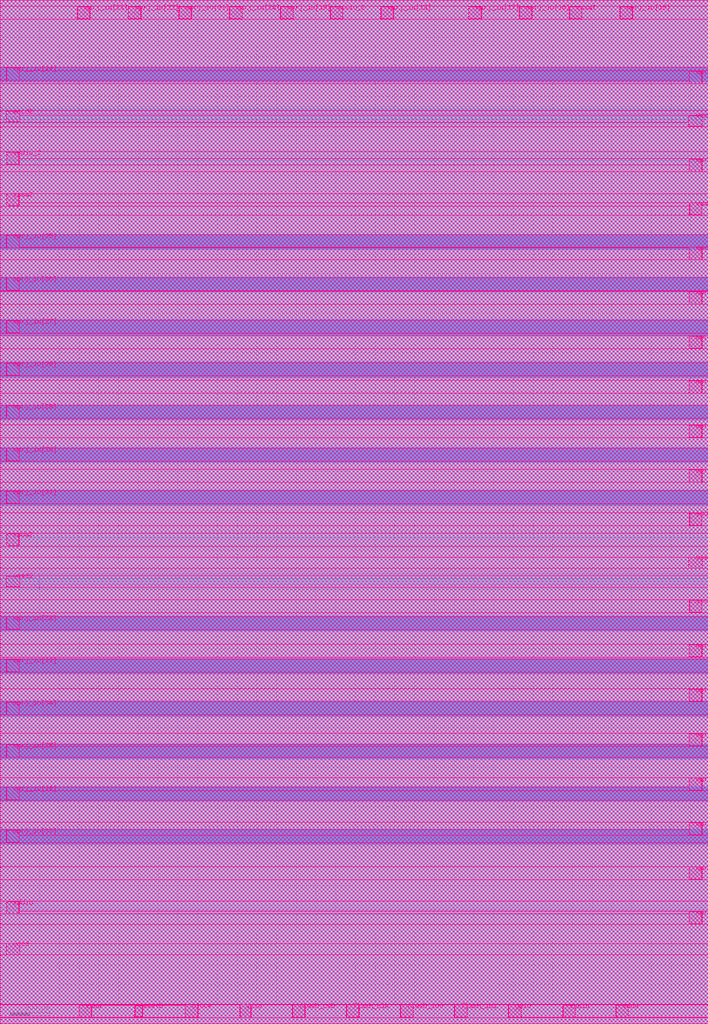
<source format=lef>
VERSION 5.7 ;
  NOWIREEXTENSIONATPIN ON ;
  DIVIDERCHAR "/" ;
  BUSBITCHARS "[]" ;
MACRO caravel
  CLASS BLOCK ;
  FOREIGN caravel ;
  ORIGIN 0.000 0.000 ;
  SIZE 3588.000 BY 5188.000 ;
  PIN clock
    DIRECTION INPUT ;
    USE SIGNAL ;
    ANTENNAGATEAREA 0.126000 ;
    PORT
      LAYER met5 ;
        RECT 938.200 32.990 1000.800 95.440 ;
    END
  END clock
  PIN flash_clk
    DIRECTION OUTPUT TRISTATE ;
    USE SIGNAL ;
    ANTENNADIFFAREA 0.340600 ;
    PORT
      LAYER met5 ;
        RECT 1755.200 32.990 1817.800 95.440 ;
    END
  END flash_clk
  PIN flash_csb
    DIRECTION OUTPUT TRISTATE ;
    USE SIGNAL ;
    ANTENNADIFFAREA 0.340600 ;
    PORT
      LAYER met5 ;
        RECT 1481.200 32.990 1543.800 95.440 ;
    END
  END flash_csb
  PIN flash_io0
    DIRECTION OUTPUT TRISTATE ;
    USE SIGNAL ;
    ANTENNADIFFAREA 0.340600 ;
    PORT
      LAYER met5 ;
        RECT 2029.200 32.990 2091.800 95.440 ;
    END
  END flash_io0
  PIN flash_io1
    DIRECTION OUTPUT TRISTATE ;
    USE SIGNAL ;
    ANTENNADIFFAREA 0.340600 ;
    PORT
      LAYER met5 ;
        RECT 2303.200 32.990 2365.800 95.440 ;
    END
  END flash_io1
  PIN gpio
    DIRECTION INOUT ;
    USE SIGNAL ;
    PORT
      LAYER met5 ;
        RECT 2577.200 32.990 2639.800 95.440 ;
    END
  END gpio
  PIN mprj_io[0]
    DIRECTION INOUT ;
    USE SIGNAL ;
    PORT
      LAYER met5 ;
        RECT 3492.560 506.200 3555.010 568.800 ;
    END
  END mprj_io[0]
  PIN mprj_io[10]
    DIRECTION INOUT ;
    USE SIGNAL ;
    PORT
      LAYER met5 ;
        RECT 3492.560 3422.200 3555.010 3484.800 ;
    END
  END mprj_io[10]
  PIN mprj_io[11]
    DIRECTION INOUT ;
    USE SIGNAL ;
    PORT
      LAYER met5 ;
        RECT 3492.560 3647.200 3555.010 3709.800 ;
    END
  END mprj_io[11]
  PIN mprj_io[12]
    DIRECTION INOUT ;
    USE SIGNAL ;
    PORT
      LAYER met5 ;
        RECT 3492.560 3872.200 3555.010 3934.800 ;
    END
  END mprj_io[12]
  PIN mprj_io[13]
    DIRECTION INOUT ;
    USE SIGNAL ;
    PORT
      LAYER met5 ;
        RECT 3492.560 4318.200 3555.010 4380.800 ;
    END
  END mprj_io[13]
  PIN mprj_io[14]
    DIRECTION INOUT ;
    USE SIGNAL ;
    PORT
      LAYER met5 ;
        RECT 3492.560 4764.200 3555.010 4826.800 ;
    END
  END mprj_io[14]
  PIN mprj_io[15]
    DIRECTION INOUT ;
    USE SIGNAL ;
    PORT
      LAYER met5 ;
        RECT 3141.200 5092.560 3203.800 5155.010 ;
    END
  END mprj_io[15]
  PIN mprj_io[16]
    DIRECTION INOUT ;
    USE SIGNAL ;
    PORT
      LAYER met5 ;
        RECT 2632.200 5092.560 2694.800 5155.010 ;
    END
  END mprj_io[16]
  PIN mprj_io[17]
    DIRECTION INOUT ;
    USE SIGNAL ;
    PORT
      LAYER met5 ;
        RECT 2375.200 5092.560 2437.800 5155.010 ;
    END
  END mprj_io[17]
  PIN mprj_io[18]
    DIRECTION INOUT ;
    USE SIGNAL ;
    PORT
      LAYER met5 ;
        RECT 1930.200 5092.560 1992.800 5155.010 ;
    END
  END mprj_io[18]
  PIN mprj_io[19]
    DIRECTION INOUT ;
    USE SIGNAL ;
    PORT
      LAYER met5 ;
        RECT 1421.200 5092.560 1483.800 5155.010 ;
    END
  END mprj_io[19]
  PIN mprj_io[1]
    DIRECTION INOUT ;
    USE SIGNAL ;
    PORT
      LAYER met5 ;
        RECT 3492.560 732.200 3555.010 794.800 ;
    END
  END mprj_io[1]
  PIN mprj_io[20]
    DIRECTION INOUT ;
    USE SIGNAL ;
    PORT
      LAYER met5 ;
        RECT 1163.200 5092.560 1225.800 5155.010 ;
    END
  END mprj_io[20]
  PIN mprj_io[21]
    DIRECTION INOUT ;
    USE SIGNAL ;
    PORT
      LAYER met5 ;
        RECT 906.200 5092.560 968.800 5155.010 ;
    END
  END mprj_io[21]
  PIN mprj_io[22]
    DIRECTION INOUT ;
    USE SIGNAL ;
    PORT
      LAYER met5 ;
        RECT 649.200 5092.560 711.800 5155.010 ;
    END
  END mprj_io[22]
  PIN mprj_io[23]
    DIRECTION INOUT ;
    USE SIGNAL ;
    PORT
      LAYER met5 ;
        RECT 392.200 5092.560 454.800 5155.010 ;
    END
  END mprj_io[23]
  PIN mprj_io[24]
    DIRECTION INOUT ;
    USE SIGNAL ;
    PORT
      LAYER met5 ;
        RECT 32.990 4782.200 95.440 4844.800 ;
    END
  END mprj_io[24]
  PIN mprj_io[25]
    DIRECTION INOUT ;
    USE SIGNAL ;
    PORT
      LAYER met5 ;
        RECT 32.990 3933.200 95.440 3995.800 ;
    END
  END mprj_io[25]
  PIN mprj_io[26]
    DIRECTION INOUT ;
    USE SIGNAL ;
    PORT
      LAYER met5 ;
        RECT 32.990 3717.200 95.440 3779.800 ;
    END
  END mprj_io[26]
  PIN mprj_io[27]
    DIRECTION INOUT ;
    USE SIGNAL ;
    PORT
      LAYER met5 ;
        RECT 32.990 3501.200 95.440 3563.800 ;
    END
  END mprj_io[27]
  PIN mprj_io[28]
    DIRECTION INOUT ;
    USE SIGNAL ;
    PORT
      LAYER met5 ;
        RECT 32.990 3285.200 95.440 3347.800 ;
    END
  END mprj_io[28]
  PIN mprj_io[29]
    DIRECTION INOUT ;
    USE SIGNAL ;
    PORT
      LAYER met5 ;
        RECT 32.990 3069.200 95.440 3131.800 ;
    END
  END mprj_io[29]
  PIN mprj_io[2]
    DIRECTION INOUT ;
    USE SIGNAL ;
    PORT
      LAYER met5 ;
        RECT 3492.560 957.200 3555.010 1019.800 ;
    END
  END mprj_io[2]
  PIN mprj_io[30]
    DIRECTION INOUT ;
    USE SIGNAL ;
    PORT
      LAYER met5 ;
        RECT 32.990 2853.200 95.440 2915.800 ;
    END
  END mprj_io[30]
  PIN mprj_io[31]
    DIRECTION INOUT ;
    USE SIGNAL ;
    PORT
      LAYER met5 ;
        RECT 32.990 2637.200 95.440 2699.800 ;
    END
  END mprj_io[31]
  PIN mprj_io[32]
    DIRECTION INOUT ;
    USE SIGNAL ;
    PORT
      LAYER met5 ;
        RECT 32.990 1999.200 95.440 2061.800 ;
    END
  END mprj_io[32]
  PIN mprj_io[33]
    DIRECTION INOUT ;
    USE SIGNAL ;
    PORT
      LAYER met5 ;
        RECT 32.990 1783.200 95.440 1845.800 ;
    END
  END mprj_io[33]
  PIN mprj_io[34]
    DIRECTION INOUT ;
    USE SIGNAL ;
    PORT
      LAYER met5 ;
        RECT 32.990 1567.200 95.440 1629.800 ;
    END
  END mprj_io[34]
  PIN mprj_io[35]
    DIRECTION INOUT ;
    USE SIGNAL ;
    PORT
      LAYER met5 ;
        RECT 32.990 1351.200 95.440 1413.800 ;
    END
  END mprj_io[35]
  PIN mprj_io[36]
    DIRECTION INOUT ;
    USE SIGNAL ;
    PORT
      LAYER met5 ;
        RECT 32.990 1135.200 95.440 1197.800 ;
    END
  END mprj_io[36]
  PIN mprj_io[37]
    DIRECTION INOUT ;
    USE SIGNAL ;
    PORT
      LAYER met5 ;
        RECT 32.990 919.200 95.440 981.800 ;
    END
  END mprj_io[37]
  PIN mprj_io[3]
    DIRECTION INOUT ;
    USE SIGNAL ;
    PORT
      LAYER met5 ;
        RECT 3492.560 1183.200 3555.010 1245.800 ;
    END
  END mprj_io[3]
  PIN mprj_io[4]
    DIRECTION INOUT ;
    USE SIGNAL ;
    PORT
      LAYER met5 ;
        RECT 3492.560 1408.200 3555.010 1470.800 ;
    END
  END mprj_io[4]
  PIN mprj_io[5]
    DIRECTION INOUT ;
    USE SIGNAL ;
    PORT
      LAYER met5 ;
        RECT 3492.560 1633.200 3555.010 1695.800 ;
    END
  END mprj_io[5]
  PIN mprj_io[6]
    DIRECTION INOUT ;
    USE SIGNAL ;
    PORT
      LAYER met5 ;
        RECT 3492.560 1859.200 3555.010 1921.800 ;
    END
  END mprj_io[6]
  PIN mprj_io[7]
    DIRECTION INOUT ;
    USE SIGNAL ;
    PORT
      LAYER met5 ;
        RECT 3492.560 2745.200 3555.010 2807.800 ;
    END
  END mprj_io[7]
  PIN mprj_io[8]
    DIRECTION INOUT ;
    USE SIGNAL ;
    PORT
      LAYER met5 ;
        RECT 3492.560 2971.200 3555.010 3033.800 ;
    END
  END mprj_io[8]
  PIN mprj_io[9]
    DIRECTION INOUT ;
    USE SIGNAL ;
    PORT
      LAYER met5 ;
        RECT 3492.560 3196.200 3555.010 3258.800 ;
    END
  END mprj_io[9]
  PIN resetb
    DIRECTION INPUT ;
    USE SIGNAL ;
    ANTENNAGATEAREA 0.126000 ;
    PORT
      LAYER met5 ;
        RECT 683.565 35.715 720.750 91.545 ;
    END
  END resetb
  PIN vccd1
    DIRECTION INPUT ;
    USE POWER ;
    PORT
      LAYER met5 ;
        RECT 3489.900 4548.330 3557.165 4602.730 ;
    END
  END vccd1
  PIN vccd2
    DIRECTION INPUT ;
    USE POWER ;
    PORT
      LAYER met5 ;
        RECT 30.835 4570.270 98.100 4624.670 ;
    END
  END vccd2
  PIN vdda
    DIRECTION INPUT ;
    USE POWER ;
    PORT
      LAYER met5 ;
        RECT 3121.110 34.055 3181.950 94.880 ;
    END
  END vdda
  PIN vdda1
    DIRECTION INPUT ;
    USE POWER ;
    PORT
      LAYER met5 ;
        RECT 3493.120 4099.110 3553.945 4159.950 ;
    END
  END vdda1
  PIN vdda1_2
    DIRECTION INPUT ;
    USE POWER ;
    PORT
      LAYER met5 ;
        RECT 3493.120 2526.110 3553.945 2586.950 ;
    END
  END vdda1_2
  PIN vdda2
    DIRECTION INPUT ;
    USE POWER ;
    PORT
      LAYER met5 ;
        RECT 34.055 2422.050 94.880 2482.890 ;
    END
  END vdda2
  PIN vddio
    DIRECTION INPUT ;
    USE POWER ;
    PORT
      LAYER met5 ;
        RECT 34.055 558.050 94.880 618.890 ;
    END
  END vddio
  PIN vddio_2
    DIRECTION INPUT ;
    USE POWER ;
    PORT
      LAYER met5 ;
        RECT 34.055 4356.050 94.880 4416.890 ;
    END
  END vddio_2
  PIN vssa
    DIRECTION INPUT ;
    USE GROUND ;
    PORT
      LAYER met5 ;
        RECT 401.110 34.055 461.950 94.880 ;
    END
  END vssa
  PIN vssa1
    DIRECTION INPUT ;
    USE GROUND ;
    PORT
      LAYER met5 ;
        RECT 2885.050 5093.120 2945.890 5153.945 ;
    END
  END vssa1
  PIN vssa1_2
    DIRECTION INPUT ;
    USE GROUND ;
    PORT
      LAYER met5 ;
        RECT 3493.120 2085.110 3553.945 2145.950 ;
    END
  END vssa1_2
  PIN vssa2
    DIRECTION INPUT ;
    USE GROUND ;
    PORT
      LAYER met5 ;
        RECT 34.055 4145.050 94.880 4205.890 ;
    END
  END vssa2
  PIN vssd1
    DIRECTION INPUT ;
    USE GROUND ;
    PORT
      LAYER met5 ;
        RECT 3489.900 2309.330 3557.165 2363.730 ;
    END
  END vssd1
  PIN vssd2
    DIRECTION INPUT ;
    USE GROUND ;
    PORT
      LAYER met5 ;
        RECT 30.835 2214.270 98.100 2268.670 ;
    END
  END vssd2
  PIN vssio
    DIRECTION INPUT ;
    USE GROUND ;
    PORT
      LAYER met5 ;
        RECT 2852.110 34.055 2912.950 94.880 ;
    END
  END vssio
  PIN vssio_2
    DIRECTION INPUT ;
    USE GROUND ;
    PORT
      LAYER met5 ;
        RECT 1674.050 5093.120 1734.890 5153.945 ;
    END
  END vssio_2
  PIN vccd
    DIRECTION INPUT ;
    USE POWER ;
    PORT
      LAYER met5 ;
        RECT 30.835 350.270 98.100 404.670 ;
    END
  END vccd
  PIN vssd
    DIRECTION INPUT ;
    USE GROUND ;
    PORT
      LAYER met5 ;
        RECT 1216.330 30.835 1270.730 98.100 ;
    END
  END vssd
  OBS
      LAYER li1 ;
        RECT 0.220 0.220 3587.780 5187.705 ;
      LAYER met1 ;
        RECT 0.000 4851.145 3588.000 5188.000 ;
      LAYER met1 ;
        RECT 0.000 4770.855 206.845 4851.145 ;
      LAYER met1 ;
        RECT 206.845 4770.855 3588.000 4851.145 ;
        RECT 0.000 4002.145 3588.000 4770.855 ;
      LAYER met1 ;
        RECT 0.000 3921.855 206.845 4002.145 ;
      LAYER met1 ;
        RECT 206.845 3921.855 3588.000 4002.145 ;
        RECT 0.000 3786.145 3588.000 3921.855 ;
      LAYER met1 ;
        RECT 0.000 3705.855 206.845 3786.145 ;
      LAYER met1 ;
        RECT 206.845 3705.855 3588.000 3786.145 ;
        RECT 0.000 3570.145 3588.000 3705.855 ;
      LAYER met1 ;
        RECT 0.000 3489.855 206.845 3570.145 ;
      LAYER met1 ;
        RECT 206.845 3489.855 3588.000 3570.145 ;
        RECT 0.000 3354.145 3588.000 3489.855 ;
      LAYER met1 ;
        RECT 0.000 3273.855 206.845 3354.145 ;
      LAYER met1 ;
        RECT 206.845 3273.855 3588.000 3354.145 ;
        RECT 0.000 3138.145 3588.000 3273.855 ;
      LAYER met1 ;
        RECT 0.000 3057.855 206.845 3138.145 ;
      LAYER met1 ;
        RECT 206.845 3057.855 3588.000 3138.145 ;
        RECT 0.000 2922.145 3588.000 3057.855 ;
      LAYER met1 ;
        RECT 0.000 2841.855 206.845 2922.145 ;
      LAYER met1 ;
        RECT 206.845 2841.855 3588.000 2922.145 ;
        RECT 0.000 2706.145 3588.000 2841.855 ;
      LAYER met1 ;
        RECT 0.000 2625.855 206.845 2706.145 ;
      LAYER met1 ;
        RECT 206.845 2625.855 3588.000 2706.145 ;
        RECT 0.000 2068.145 3588.000 2625.855 ;
      LAYER met1 ;
        RECT 0.000 1987.855 206.845 2068.145 ;
      LAYER met1 ;
        RECT 206.845 1987.855 3588.000 2068.145 ;
        RECT 0.000 1852.145 3588.000 1987.855 ;
      LAYER met1 ;
        RECT 0.000 1771.855 206.845 1852.145 ;
      LAYER met1 ;
        RECT 206.845 1771.855 3588.000 1852.145 ;
        RECT 0.000 1636.145 3588.000 1771.855 ;
      LAYER met1 ;
        RECT 0.000 1555.855 206.845 1636.145 ;
      LAYER met1 ;
        RECT 206.845 1555.855 3588.000 1636.145 ;
        RECT 0.000 1420.145 3588.000 1555.855 ;
      LAYER met1 ;
        RECT 0.000 1339.855 206.845 1420.145 ;
      LAYER met1 ;
        RECT 206.845 1339.855 3588.000 1420.145 ;
        RECT 0.000 1204.145 3588.000 1339.855 ;
      LAYER met1 ;
        RECT 0.000 1123.855 206.845 1204.145 ;
      LAYER met1 ;
        RECT 206.845 1123.855 3588.000 1204.145 ;
        RECT 0.000 988.145 3588.000 1123.855 ;
      LAYER met1 ;
        RECT 0.000 907.855 206.845 988.145 ;
      LAYER met1 ;
        RECT 206.845 907.855 3588.000 988.145 ;
        RECT 0.000 0.000 3588.000 907.855 ;
      LAYER met2 ;
        RECT 0.000 4850.915 3588.000 5188.000 ;
      LAYER met2 ;
        RECT 0.000 4849.865 208.565 4850.915 ;
      LAYER met2 ;
        RECT 208.565 4849.865 3588.000 4850.915 ;
      LAYER met2 ;
        RECT 0.000 4849.025 208.285 4849.865 ;
      LAYER met2 ;
        RECT 208.285 4849.025 3588.000 4849.865 ;
      LAYER met2 ;
        RECT 0.000 4846.645 208.565 4849.025 ;
      LAYER met2 ;
        RECT 208.565 4846.645 3588.000 4849.025 ;
      LAYER met2 ;
        RECT 0.000 4845.805 208.285 4846.645 ;
      LAYER met2 ;
        RECT 208.285 4845.805 3588.000 4846.645 ;
      LAYER met2 ;
        RECT 0.000 4843.425 208.565 4845.805 ;
      LAYER met2 ;
        RECT 208.565 4843.425 3588.000 4845.805 ;
      LAYER met2 ;
        RECT 0.000 4842.585 208.285 4843.425 ;
      LAYER met2 ;
        RECT 208.285 4842.585 3588.000 4843.425 ;
      LAYER met2 ;
        RECT 0.000 4840.665 208.565 4842.585 ;
      LAYER met2 ;
        RECT 208.565 4840.665 3588.000 4842.585 ;
      LAYER met2 ;
        RECT 0.000 4839.825 208.285 4840.665 ;
      LAYER met2 ;
        RECT 208.285 4839.825 3588.000 4840.665 ;
      LAYER met2 ;
        RECT 0.000 4837.445 208.565 4839.825 ;
      LAYER met2 ;
        RECT 208.565 4837.445 3588.000 4839.825 ;
      LAYER met2 ;
        RECT 0.000 4836.605 208.285 4837.445 ;
      LAYER met2 ;
        RECT 208.285 4836.605 3588.000 4837.445 ;
      LAYER met2 ;
        RECT 0.000 4834.225 208.565 4836.605 ;
      LAYER met2 ;
        RECT 208.565 4834.225 3588.000 4836.605 ;
      LAYER met2 ;
        RECT 0.000 4833.385 208.285 4834.225 ;
      LAYER met2 ;
        RECT 208.285 4833.385 3588.000 4834.225 ;
      LAYER met2 ;
        RECT 0.000 4831.465 208.565 4833.385 ;
      LAYER met2 ;
        RECT 208.565 4831.465 3588.000 4833.385 ;
      LAYER met2 ;
        RECT 0.000 4830.625 208.285 4831.465 ;
      LAYER met2 ;
        RECT 208.285 4830.625 3588.000 4831.465 ;
      LAYER met2 ;
        RECT 0.000 4828.245 208.565 4830.625 ;
      LAYER met2 ;
        RECT 208.565 4828.245 3588.000 4830.625 ;
      LAYER met2 ;
        RECT 0.000 4827.405 208.285 4828.245 ;
      LAYER met2 ;
        RECT 208.285 4827.405 3588.000 4828.245 ;
      LAYER met2 ;
        RECT 0.000 4825.025 208.565 4827.405 ;
      LAYER met2 ;
        RECT 208.565 4825.025 3588.000 4827.405 ;
      LAYER met2 ;
        RECT 0.000 4824.185 208.285 4825.025 ;
      LAYER met2 ;
        RECT 208.285 4824.185 3588.000 4825.025 ;
      LAYER met2 ;
        RECT 0.000 4822.265 208.565 4824.185 ;
      LAYER met2 ;
        RECT 208.565 4822.265 3588.000 4824.185 ;
      LAYER met2 ;
        RECT 0.000 4821.425 208.285 4822.265 ;
      LAYER met2 ;
        RECT 208.285 4821.425 3588.000 4822.265 ;
      LAYER met2 ;
        RECT 0.000 4819.045 208.565 4821.425 ;
      LAYER met2 ;
        RECT 208.565 4819.045 3588.000 4821.425 ;
      LAYER met2 ;
        RECT 0.000 4818.205 208.285 4819.045 ;
      LAYER met2 ;
        RECT 208.285 4818.205 3588.000 4819.045 ;
      LAYER met2 ;
        RECT 0.000 4815.825 208.565 4818.205 ;
      LAYER met2 ;
        RECT 208.565 4815.825 3588.000 4818.205 ;
      LAYER met2 ;
        RECT 0.000 4814.985 208.285 4815.825 ;
      LAYER met2 ;
        RECT 208.285 4814.985 3588.000 4815.825 ;
      LAYER met2 ;
        RECT 0.000 4813.065 208.565 4814.985 ;
      LAYER met2 ;
        RECT 208.565 4813.065 3588.000 4814.985 ;
      LAYER met2 ;
        RECT 0.000 4812.225 208.285 4813.065 ;
      LAYER met2 ;
        RECT 208.285 4812.225 3588.000 4813.065 ;
      LAYER met2 ;
        RECT 0.000 4809.845 208.565 4812.225 ;
      LAYER met2 ;
        RECT 208.565 4809.845 3588.000 4812.225 ;
      LAYER met2 ;
        RECT 0.000 4809.005 208.285 4809.845 ;
      LAYER met2 ;
        RECT 208.285 4809.005 3588.000 4809.845 ;
      LAYER met2 ;
        RECT 0.000 4806.625 208.565 4809.005 ;
      LAYER met2 ;
        RECT 208.565 4806.625 3588.000 4809.005 ;
      LAYER met2 ;
        RECT 0.000 4805.785 208.285 4806.625 ;
      LAYER met2 ;
        RECT 208.285 4805.785 3588.000 4806.625 ;
      LAYER met2 ;
        RECT 0.000 4803.405 208.565 4805.785 ;
      LAYER met2 ;
        RECT 208.565 4803.405 3588.000 4805.785 ;
      LAYER met2 ;
        RECT 0.000 4802.565 208.285 4803.405 ;
      LAYER met2 ;
        RECT 208.285 4802.565 3588.000 4803.405 ;
      LAYER met2 ;
        RECT 0.000 4800.645 208.565 4802.565 ;
      LAYER met2 ;
        RECT 208.565 4800.645 3588.000 4802.565 ;
      LAYER met2 ;
        RECT 0.000 4799.805 208.285 4800.645 ;
      LAYER met2 ;
        RECT 208.285 4799.805 3588.000 4800.645 ;
      LAYER met2 ;
        RECT 0.000 4797.425 208.565 4799.805 ;
      LAYER met2 ;
        RECT 208.565 4797.425 3588.000 4799.805 ;
      LAYER met2 ;
        RECT 0.000 4796.585 208.285 4797.425 ;
      LAYER met2 ;
        RECT 208.285 4796.585 3588.000 4797.425 ;
      LAYER met2 ;
        RECT 0.000 4794.205 208.565 4796.585 ;
      LAYER met2 ;
        RECT 208.565 4794.205 3588.000 4796.585 ;
      LAYER met2 ;
        RECT 0.000 4793.365 208.285 4794.205 ;
      LAYER met2 ;
        RECT 208.285 4793.365 3588.000 4794.205 ;
      LAYER met2 ;
        RECT 0.000 4791.445 208.565 4793.365 ;
      LAYER met2 ;
        RECT 208.565 4791.445 3588.000 4793.365 ;
      LAYER met2 ;
        RECT 0.000 4790.605 208.285 4791.445 ;
      LAYER met2 ;
        RECT 208.285 4790.605 3588.000 4791.445 ;
      LAYER met2 ;
        RECT 0.000 4788.225 208.565 4790.605 ;
      LAYER met2 ;
        RECT 208.565 4788.225 3588.000 4790.605 ;
      LAYER met2 ;
        RECT 0.000 4787.385 208.285 4788.225 ;
      LAYER met2 ;
        RECT 208.285 4787.385 3588.000 4788.225 ;
      LAYER met2 ;
        RECT 0.000 4785.005 208.565 4787.385 ;
      LAYER met2 ;
        RECT 208.565 4785.005 3588.000 4787.385 ;
      LAYER met2 ;
        RECT 0.000 4784.165 208.285 4785.005 ;
      LAYER met2 ;
        RECT 208.285 4784.165 3588.000 4785.005 ;
      LAYER met2 ;
        RECT 0.000 4782.245 208.565 4784.165 ;
      LAYER met2 ;
        RECT 208.565 4782.245 3588.000 4784.165 ;
      LAYER met2 ;
        RECT 0.000 4781.405 208.285 4782.245 ;
      LAYER met2 ;
        RECT 208.285 4781.405 3588.000 4782.245 ;
      LAYER met2 ;
        RECT 0.000 4779.025 208.565 4781.405 ;
      LAYER met2 ;
        RECT 208.565 4779.025 3588.000 4781.405 ;
      LAYER met2 ;
        RECT 0.000 4778.185 208.285 4779.025 ;
      LAYER met2 ;
        RECT 208.285 4778.185 3588.000 4779.025 ;
      LAYER met2 ;
        RECT 0.000 4775.805 208.565 4778.185 ;
      LAYER met2 ;
        RECT 208.565 4775.805 3588.000 4778.185 ;
      LAYER met2 ;
        RECT 0.000 4774.965 208.285 4775.805 ;
      LAYER met2 ;
        RECT 208.285 4774.965 3588.000 4775.805 ;
      LAYER met2 ;
        RECT 0.000 4773.045 208.565 4774.965 ;
      LAYER met2 ;
        RECT 208.565 4773.045 3588.000 4774.965 ;
      LAYER met2 ;
        RECT 0.000 4772.205 208.285 4773.045 ;
      LAYER met2 ;
        RECT 208.285 4772.205 3588.000 4773.045 ;
      LAYER met2 ;
        RECT 0.000 4771.210 208.565 4772.205 ;
      LAYER met2 ;
        RECT 208.565 4771.210 3588.000 4772.205 ;
        RECT 0.000 4645.935 3588.000 4771.210 ;
      LAYER met2 ;
        RECT 0.000 4636.200 174.540 4645.935 ;
      LAYER met2 ;
        RECT 174.540 4636.200 3588.000 4645.935 ;
        RECT 0.000 4635.000 3588.000 4636.200 ;
      LAYER met2 ;
        RECT 0.000 4634.700 197.965 4635.000 ;
      LAYER met2 ;
        RECT 197.965 4634.700 3588.000 4635.000 ;
      LAYER met2 ;
        RECT 0.000 4629.700 200.525 4634.700 ;
      LAYER met2 ;
        RECT 200.525 4629.700 3588.000 4634.700 ;
      LAYER met2 ;
        RECT 0.000 4614.095 205.525 4629.700 ;
      LAYER met2 ;
        RECT 205.525 4614.095 3588.000 4629.700 ;
      LAYER met2 ;
        RECT 0.000 4613.535 197.965 4614.095 ;
      LAYER met2 ;
        RECT 197.965 4613.535 3588.000 4614.095 ;
      LAYER met2 ;
        RECT 0.000 4580.925 198.000 4613.535 ;
      LAYER met2 ;
        RECT 198.000 4580.925 3588.000 4613.535 ;
      LAYER met2 ;
        RECT 0.000 4580.495 197.965 4580.925 ;
      LAYER met2 ;
        RECT 197.965 4580.495 3588.000 4580.925 ;
      LAYER met2 ;
        RECT 0.000 4565.490 205.525 4580.495 ;
      LAYER met2 ;
        RECT 205.525 4565.490 3588.000 4580.495 ;
      LAYER met2 ;
        RECT 0.000 4560.490 200.525 4565.490 ;
      LAYER met2 ;
        RECT 200.525 4560.490 3588.000 4565.490 ;
        RECT 0.000 4001.915 3588.000 4560.490 ;
      LAYER met2 ;
        RECT 0.000 4000.865 208.565 4001.915 ;
      LAYER met2 ;
        RECT 208.565 4000.865 3588.000 4001.915 ;
      LAYER met2 ;
        RECT 0.000 4000.025 208.285 4000.865 ;
      LAYER met2 ;
        RECT 208.285 4000.025 3588.000 4000.865 ;
      LAYER met2 ;
        RECT 0.000 3997.645 208.565 4000.025 ;
      LAYER met2 ;
        RECT 208.565 3997.645 3588.000 4000.025 ;
      LAYER met2 ;
        RECT 0.000 3996.805 208.285 3997.645 ;
      LAYER met2 ;
        RECT 208.285 3996.805 3588.000 3997.645 ;
      LAYER met2 ;
        RECT 0.000 3994.425 208.565 3996.805 ;
      LAYER met2 ;
        RECT 208.565 3994.425 3588.000 3996.805 ;
      LAYER met2 ;
        RECT 0.000 3993.585 208.285 3994.425 ;
      LAYER met2 ;
        RECT 208.285 3993.585 3588.000 3994.425 ;
      LAYER met2 ;
        RECT 0.000 3991.665 208.565 3993.585 ;
      LAYER met2 ;
        RECT 208.565 3991.665 3588.000 3993.585 ;
      LAYER met2 ;
        RECT 0.000 3990.825 208.285 3991.665 ;
      LAYER met2 ;
        RECT 208.285 3990.825 3588.000 3991.665 ;
      LAYER met2 ;
        RECT 0.000 3988.445 208.565 3990.825 ;
      LAYER met2 ;
        RECT 208.565 3988.445 3588.000 3990.825 ;
      LAYER met2 ;
        RECT 0.000 3987.605 208.285 3988.445 ;
      LAYER met2 ;
        RECT 208.285 3987.605 3588.000 3988.445 ;
      LAYER met2 ;
        RECT 0.000 3985.225 208.565 3987.605 ;
      LAYER met2 ;
        RECT 208.565 3985.225 3588.000 3987.605 ;
      LAYER met2 ;
        RECT 0.000 3984.385 208.285 3985.225 ;
      LAYER met2 ;
        RECT 208.285 3984.385 3588.000 3985.225 ;
      LAYER met2 ;
        RECT 0.000 3982.465 208.565 3984.385 ;
      LAYER met2 ;
        RECT 208.565 3982.465 3588.000 3984.385 ;
      LAYER met2 ;
        RECT 0.000 3981.625 208.285 3982.465 ;
      LAYER met2 ;
        RECT 208.285 3981.625 3588.000 3982.465 ;
      LAYER met2 ;
        RECT 0.000 3979.245 208.565 3981.625 ;
      LAYER met2 ;
        RECT 208.565 3979.245 3588.000 3981.625 ;
      LAYER met2 ;
        RECT 0.000 3978.405 208.285 3979.245 ;
      LAYER met2 ;
        RECT 208.285 3978.405 3588.000 3979.245 ;
      LAYER met2 ;
        RECT 0.000 3976.025 208.565 3978.405 ;
      LAYER met2 ;
        RECT 208.565 3976.025 3588.000 3978.405 ;
      LAYER met2 ;
        RECT 0.000 3975.185 208.285 3976.025 ;
      LAYER met2 ;
        RECT 208.285 3975.185 3588.000 3976.025 ;
      LAYER met2 ;
        RECT 0.000 3973.265 208.565 3975.185 ;
      LAYER met2 ;
        RECT 208.565 3973.265 3588.000 3975.185 ;
      LAYER met2 ;
        RECT 0.000 3972.425 208.285 3973.265 ;
      LAYER met2 ;
        RECT 208.285 3972.425 3588.000 3973.265 ;
      LAYER met2 ;
        RECT 0.000 3970.045 208.565 3972.425 ;
      LAYER met2 ;
        RECT 208.565 3970.045 3588.000 3972.425 ;
      LAYER met2 ;
        RECT 0.000 3969.205 208.285 3970.045 ;
      LAYER met2 ;
        RECT 208.285 3969.205 3588.000 3970.045 ;
      LAYER met2 ;
        RECT 0.000 3966.825 208.565 3969.205 ;
      LAYER met2 ;
        RECT 208.565 3966.825 3588.000 3969.205 ;
      LAYER met2 ;
        RECT 0.000 3965.985 208.285 3966.825 ;
      LAYER met2 ;
        RECT 208.285 3965.985 3588.000 3966.825 ;
      LAYER met2 ;
        RECT 0.000 3964.065 208.565 3965.985 ;
      LAYER met2 ;
        RECT 208.565 3964.065 3588.000 3965.985 ;
      LAYER met2 ;
        RECT 0.000 3963.225 208.285 3964.065 ;
      LAYER met2 ;
        RECT 208.285 3963.225 3588.000 3964.065 ;
      LAYER met2 ;
        RECT 0.000 3960.845 208.565 3963.225 ;
      LAYER met2 ;
        RECT 208.565 3960.845 3588.000 3963.225 ;
      LAYER met2 ;
        RECT 0.000 3960.005 208.285 3960.845 ;
      LAYER met2 ;
        RECT 208.285 3960.005 3588.000 3960.845 ;
      LAYER met2 ;
        RECT 0.000 3957.625 208.565 3960.005 ;
      LAYER met2 ;
        RECT 208.565 3957.625 3588.000 3960.005 ;
      LAYER met2 ;
        RECT 0.000 3956.785 208.285 3957.625 ;
      LAYER met2 ;
        RECT 208.285 3956.785 3588.000 3957.625 ;
      LAYER met2 ;
        RECT 0.000 3954.405 208.565 3956.785 ;
      LAYER met2 ;
        RECT 208.565 3954.405 3588.000 3956.785 ;
      LAYER met2 ;
        RECT 0.000 3953.565 208.285 3954.405 ;
      LAYER met2 ;
        RECT 208.285 3953.565 3588.000 3954.405 ;
      LAYER met2 ;
        RECT 0.000 3951.645 208.565 3953.565 ;
      LAYER met2 ;
        RECT 208.565 3951.645 3588.000 3953.565 ;
      LAYER met2 ;
        RECT 0.000 3950.805 208.285 3951.645 ;
      LAYER met2 ;
        RECT 208.285 3950.805 3588.000 3951.645 ;
      LAYER met2 ;
        RECT 0.000 3948.425 208.565 3950.805 ;
      LAYER met2 ;
        RECT 208.565 3948.425 3588.000 3950.805 ;
      LAYER met2 ;
        RECT 0.000 3947.585 208.285 3948.425 ;
      LAYER met2 ;
        RECT 208.285 3947.585 3588.000 3948.425 ;
      LAYER met2 ;
        RECT 0.000 3945.205 208.565 3947.585 ;
      LAYER met2 ;
        RECT 208.565 3945.205 3588.000 3947.585 ;
      LAYER met2 ;
        RECT 0.000 3944.365 208.285 3945.205 ;
      LAYER met2 ;
        RECT 208.285 3944.365 3588.000 3945.205 ;
      LAYER met2 ;
        RECT 0.000 3942.445 208.565 3944.365 ;
      LAYER met2 ;
        RECT 208.565 3942.445 3588.000 3944.365 ;
      LAYER met2 ;
        RECT 0.000 3941.605 208.285 3942.445 ;
      LAYER met2 ;
        RECT 208.285 3941.605 3588.000 3942.445 ;
      LAYER met2 ;
        RECT 0.000 3939.225 208.565 3941.605 ;
      LAYER met2 ;
        RECT 208.565 3939.225 3588.000 3941.605 ;
      LAYER met2 ;
        RECT 0.000 3938.385 208.285 3939.225 ;
      LAYER met2 ;
        RECT 208.285 3938.385 3588.000 3939.225 ;
      LAYER met2 ;
        RECT 0.000 3936.005 208.565 3938.385 ;
      LAYER met2 ;
        RECT 208.565 3936.005 3588.000 3938.385 ;
      LAYER met2 ;
        RECT 0.000 3935.165 208.285 3936.005 ;
      LAYER met2 ;
        RECT 208.285 3935.165 3588.000 3936.005 ;
      LAYER met2 ;
        RECT 0.000 3933.245 208.565 3935.165 ;
      LAYER met2 ;
        RECT 208.565 3933.245 3588.000 3935.165 ;
      LAYER met2 ;
        RECT 0.000 3932.405 208.285 3933.245 ;
      LAYER met2 ;
        RECT 208.285 3932.405 3588.000 3933.245 ;
      LAYER met2 ;
        RECT 0.000 3930.025 208.565 3932.405 ;
      LAYER met2 ;
        RECT 208.565 3930.025 3588.000 3932.405 ;
      LAYER met2 ;
        RECT 0.000 3929.185 208.285 3930.025 ;
      LAYER met2 ;
        RECT 208.285 3929.185 3588.000 3930.025 ;
      LAYER met2 ;
        RECT 0.000 3926.805 208.565 3929.185 ;
      LAYER met2 ;
        RECT 208.565 3926.805 3588.000 3929.185 ;
      LAYER met2 ;
        RECT 0.000 3925.965 208.285 3926.805 ;
      LAYER met2 ;
        RECT 208.285 3925.965 3588.000 3926.805 ;
      LAYER met2 ;
        RECT 0.000 3924.045 208.565 3925.965 ;
      LAYER met2 ;
        RECT 208.565 3924.045 3588.000 3925.965 ;
      LAYER met2 ;
        RECT 0.000 3923.205 208.285 3924.045 ;
      LAYER met2 ;
        RECT 208.285 3923.205 3588.000 3924.045 ;
      LAYER met2 ;
        RECT 0.000 3922.210 208.565 3923.205 ;
      LAYER met2 ;
        RECT 208.565 3922.210 3588.000 3923.205 ;
        RECT 0.000 3785.915 3588.000 3922.210 ;
      LAYER met2 ;
        RECT 0.000 3784.865 208.565 3785.915 ;
      LAYER met2 ;
        RECT 208.565 3784.865 3588.000 3785.915 ;
      LAYER met2 ;
        RECT 0.000 3784.025 208.285 3784.865 ;
      LAYER met2 ;
        RECT 208.285 3784.025 3588.000 3784.865 ;
      LAYER met2 ;
        RECT 0.000 3781.645 208.565 3784.025 ;
      LAYER met2 ;
        RECT 208.565 3781.645 3588.000 3784.025 ;
      LAYER met2 ;
        RECT 0.000 3780.805 208.285 3781.645 ;
      LAYER met2 ;
        RECT 208.285 3780.805 3588.000 3781.645 ;
      LAYER met2 ;
        RECT 0.000 3778.425 208.565 3780.805 ;
      LAYER met2 ;
        RECT 208.565 3778.425 3588.000 3780.805 ;
      LAYER met2 ;
        RECT 0.000 3777.585 208.285 3778.425 ;
      LAYER met2 ;
        RECT 208.285 3777.585 3588.000 3778.425 ;
      LAYER met2 ;
        RECT 0.000 3775.665 208.565 3777.585 ;
      LAYER met2 ;
        RECT 208.565 3775.665 3588.000 3777.585 ;
      LAYER met2 ;
        RECT 0.000 3774.825 208.285 3775.665 ;
      LAYER met2 ;
        RECT 208.285 3774.825 3588.000 3775.665 ;
      LAYER met2 ;
        RECT 0.000 3772.445 208.565 3774.825 ;
      LAYER met2 ;
        RECT 208.565 3772.445 3588.000 3774.825 ;
      LAYER met2 ;
        RECT 0.000 3771.605 208.285 3772.445 ;
      LAYER met2 ;
        RECT 208.285 3771.605 3588.000 3772.445 ;
      LAYER met2 ;
        RECT 0.000 3769.225 208.565 3771.605 ;
      LAYER met2 ;
        RECT 208.565 3769.225 3588.000 3771.605 ;
      LAYER met2 ;
        RECT 0.000 3768.385 208.285 3769.225 ;
      LAYER met2 ;
        RECT 208.285 3768.385 3588.000 3769.225 ;
      LAYER met2 ;
        RECT 0.000 3766.465 208.565 3768.385 ;
      LAYER met2 ;
        RECT 208.565 3766.465 3588.000 3768.385 ;
      LAYER met2 ;
        RECT 0.000 3765.625 208.285 3766.465 ;
      LAYER met2 ;
        RECT 208.285 3765.625 3588.000 3766.465 ;
      LAYER met2 ;
        RECT 0.000 3763.245 208.565 3765.625 ;
      LAYER met2 ;
        RECT 208.565 3763.245 3588.000 3765.625 ;
      LAYER met2 ;
        RECT 0.000 3762.405 208.285 3763.245 ;
      LAYER met2 ;
        RECT 208.285 3762.405 3588.000 3763.245 ;
      LAYER met2 ;
        RECT 0.000 3760.025 208.565 3762.405 ;
      LAYER met2 ;
        RECT 208.565 3760.025 3588.000 3762.405 ;
      LAYER met2 ;
        RECT 0.000 3759.185 208.285 3760.025 ;
      LAYER met2 ;
        RECT 208.285 3759.185 3588.000 3760.025 ;
      LAYER met2 ;
        RECT 0.000 3757.265 208.565 3759.185 ;
      LAYER met2 ;
        RECT 208.565 3757.265 3588.000 3759.185 ;
      LAYER met2 ;
        RECT 0.000 3756.425 208.285 3757.265 ;
      LAYER met2 ;
        RECT 208.285 3756.425 3588.000 3757.265 ;
      LAYER met2 ;
        RECT 0.000 3754.045 208.565 3756.425 ;
      LAYER met2 ;
        RECT 208.565 3754.045 3588.000 3756.425 ;
      LAYER met2 ;
        RECT 0.000 3753.205 208.285 3754.045 ;
      LAYER met2 ;
        RECT 208.285 3753.205 3588.000 3754.045 ;
      LAYER met2 ;
        RECT 0.000 3750.825 208.565 3753.205 ;
      LAYER met2 ;
        RECT 208.565 3750.825 3588.000 3753.205 ;
      LAYER met2 ;
        RECT 0.000 3749.985 208.285 3750.825 ;
      LAYER met2 ;
        RECT 208.285 3749.985 3588.000 3750.825 ;
      LAYER met2 ;
        RECT 0.000 3748.065 208.565 3749.985 ;
      LAYER met2 ;
        RECT 208.565 3748.065 3588.000 3749.985 ;
      LAYER met2 ;
        RECT 0.000 3747.225 208.285 3748.065 ;
      LAYER met2 ;
        RECT 208.285 3747.225 3588.000 3748.065 ;
      LAYER met2 ;
        RECT 0.000 3744.845 208.565 3747.225 ;
      LAYER met2 ;
        RECT 208.565 3744.845 3588.000 3747.225 ;
      LAYER met2 ;
        RECT 0.000 3744.005 208.285 3744.845 ;
      LAYER met2 ;
        RECT 208.285 3744.005 3588.000 3744.845 ;
      LAYER met2 ;
        RECT 0.000 3741.625 208.565 3744.005 ;
      LAYER met2 ;
        RECT 208.565 3741.625 3588.000 3744.005 ;
      LAYER met2 ;
        RECT 0.000 3740.785 208.285 3741.625 ;
      LAYER met2 ;
        RECT 208.285 3740.785 3588.000 3741.625 ;
      LAYER met2 ;
        RECT 0.000 3738.405 208.565 3740.785 ;
      LAYER met2 ;
        RECT 208.565 3738.405 3588.000 3740.785 ;
      LAYER met2 ;
        RECT 0.000 3737.565 208.285 3738.405 ;
      LAYER met2 ;
        RECT 208.285 3737.565 3588.000 3738.405 ;
      LAYER met2 ;
        RECT 0.000 3735.645 208.565 3737.565 ;
      LAYER met2 ;
        RECT 208.565 3735.645 3588.000 3737.565 ;
      LAYER met2 ;
        RECT 0.000 3734.805 208.285 3735.645 ;
      LAYER met2 ;
        RECT 208.285 3734.805 3588.000 3735.645 ;
      LAYER met2 ;
        RECT 0.000 3732.425 208.565 3734.805 ;
      LAYER met2 ;
        RECT 208.565 3732.425 3588.000 3734.805 ;
      LAYER met2 ;
        RECT 0.000 3731.585 208.285 3732.425 ;
      LAYER met2 ;
        RECT 208.285 3731.585 3588.000 3732.425 ;
      LAYER met2 ;
        RECT 0.000 3729.205 208.565 3731.585 ;
      LAYER met2 ;
        RECT 208.565 3729.205 3588.000 3731.585 ;
      LAYER met2 ;
        RECT 0.000 3728.365 208.285 3729.205 ;
      LAYER met2 ;
        RECT 208.285 3728.365 3588.000 3729.205 ;
      LAYER met2 ;
        RECT 0.000 3726.445 208.565 3728.365 ;
      LAYER met2 ;
        RECT 208.565 3726.445 3588.000 3728.365 ;
      LAYER met2 ;
        RECT 0.000 3725.605 208.285 3726.445 ;
      LAYER met2 ;
        RECT 208.285 3725.605 3588.000 3726.445 ;
      LAYER met2 ;
        RECT 0.000 3723.225 208.565 3725.605 ;
      LAYER met2 ;
        RECT 208.565 3723.225 3588.000 3725.605 ;
      LAYER met2 ;
        RECT 0.000 3722.385 208.285 3723.225 ;
      LAYER met2 ;
        RECT 208.285 3722.385 3588.000 3723.225 ;
      LAYER met2 ;
        RECT 0.000 3720.005 208.565 3722.385 ;
      LAYER met2 ;
        RECT 208.565 3720.005 3588.000 3722.385 ;
      LAYER met2 ;
        RECT 0.000 3719.165 208.285 3720.005 ;
      LAYER met2 ;
        RECT 208.285 3719.165 3588.000 3720.005 ;
      LAYER met2 ;
        RECT 0.000 3717.245 208.565 3719.165 ;
      LAYER met2 ;
        RECT 208.565 3717.245 3588.000 3719.165 ;
      LAYER met2 ;
        RECT 0.000 3716.405 208.285 3717.245 ;
      LAYER met2 ;
        RECT 208.285 3716.405 3588.000 3717.245 ;
      LAYER met2 ;
        RECT 0.000 3714.025 208.565 3716.405 ;
      LAYER met2 ;
        RECT 208.565 3714.025 3588.000 3716.405 ;
      LAYER met2 ;
        RECT 0.000 3713.185 208.285 3714.025 ;
      LAYER met2 ;
        RECT 208.285 3713.185 3588.000 3714.025 ;
      LAYER met2 ;
        RECT 0.000 3710.805 208.565 3713.185 ;
      LAYER met2 ;
        RECT 208.565 3710.805 3588.000 3713.185 ;
      LAYER met2 ;
        RECT 0.000 3709.965 208.285 3710.805 ;
      LAYER met2 ;
        RECT 208.285 3709.965 3588.000 3710.805 ;
      LAYER met2 ;
        RECT 0.000 3708.045 208.565 3709.965 ;
      LAYER met2 ;
        RECT 208.565 3708.045 3588.000 3709.965 ;
      LAYER met2 ;
        RECT 0.000 3707.205 208.285 3708.045 ;
      LAYER met2 ;
        RECT 208.285 3707.205 3588.000 3708.045 ;
      LAYER met2 ;
        RECT 0.000 3706.210 208.565 3707.205 ;
      LAYER met2 ;
        RECT 208.565 3706.210 3588.000 3707.205 ;
        RECT 0.000 3569.915 3588.000 3706.210 ;
      LAYER met2 ;
        RECT 0.000 3568.865 208.565 3569.915 ;
      LAYER met2 ;
        RECT 208.565 3568.865 3588.000 3569.915 ;
      LAYER met2 ;
        RECT 0.000 3568.025 208.285 3568.865 ;
      LAYER met2 ;
        RECT 208.285 3568.025 3588.000 3568.865 ;
      LAYER met2 ;
        RECT 0.000 3565.645 208.565 3568.025 ;
      LAYER met2 ;
        RECT 208.565 3565.645 3588.000 3568.025 ;
      LAYER met2 ;
        RECT 0.000 3564.805 208.285 3565.645 ;
      LAYER met2 ;
        RECT 208.285 3564.805 3588.000 3565.645 ;
      LAYER met2 ;
        RECT 0.000 3562.425 208.565 3564.805 ;
      LAYER met2 ;
        RECT 208.565 3562.425 3588.000 3564.805 ;
      LAYER met2 ;
        RECT 0.000 3561.585 208.285 3562.425 ;
      LAYER met2 ;
        RECT 208.285 3561.585 3588.000 3562.425 ;
      LAYER met2 ;
        RECT 0.000 3559.665 208.565 3561.585 ;
      LAYER met2 ;
        RECT 208.565 3559.665 3588.000 3561.585 ;
      LAYER met2 ;
        RECT 0.000 3558.825 208.285 3559.665 ;
      LAYER met2 ;
        RECT 208.285 3558.825 3588.000 3559.665 ;
      LAYER met2 ;
        RECT 0.000 3556.445 208.565 3558.825 ;
      LAYER met2 ;
        RECT 208.565 3556.445 3588.000 3558.825 ;
      LAYER met2 ;
        RECT 0.000 3555.605 208.285 3556.445 ;
      LAYER met2 ;
        RECT 208.285 3555.605 3588.000 3556.445 ;
      LAYER met2 ;
        RECT 0.000 3553.225 208.565 3555.605 ;
      LAYER met2 ;
        RECT 208.565 3553.225 3588.000 3555.605 ;
      LAYER met2 ;
        RECT 0.000 3552.385 208.285 3553.225 ;
      LAYER met2 ;
        RECT 208.285 3552.385 3588.000 3553.225 ;
      LAYER met2 ;
        RECT 0.000 3550.465 208.565 3552.385 ;
      LAYER met2 ;
        RECT 208.565 3550.465 3588.000 3552.385 ;
      LAYER met2 ;
        RECT 0.000 3549.625 208.285 3550.465 ;
      LAYER met2 ;
        RECT 208.285 3549.625 3588.000 3550.465 ;
      LAYER met2 ;
        RECT 0.000 3547.245 208.565 3549.625 ;
      LAYER met2 ;
        RECT 208.565 3547.245 3588.000 3549.625 ;
      LAYER met2 ;
        RECT 0.000 3546.405 208.285 3547.245 ;
      LAYER met2 ;
        RECT 208.285 3546.405 3588.000 3547.245 ;
      LAYER met2 ;
        RECT 0.000 3544.025 208.565 3546.405 ;
      LAYER met2 ;
        RECT 208.565 3544.025 3588.000 3546.405 ;
      LAYER met2 ;
        RECT 0.000 3543.185 208.285 3544.025 ;
      LAYER met2 ;
        RECT 208.285 3543.185 3588.000 3544.025 ;
      LAYER met2 ;
        RECT 0.000 3541.265 208.565 3543.185 ;
      LAYER met2 ;
        RECT 208.565 3541.265 3588.000 3543.185 ;
      LAYER met2 ;
        RECT 0.000 3540.425 208.285 3541.265 ;
      LAYER met2 ;
        RECT 208.285 3540.425 3588.000 3541.265 ;
      LAYER met2 ;
        RECT 0.000 3538.045 208.565 3540.425 ;
      LAYER met2 ;
        RECT 208.565 3538.045 3588.000 3540.425 ;
      LAYER met2 ;
        RECT 0.000 3537.205 208.285 3538.045 ;
      LAYER met2 ;
        RECT 208.285 3537.205 3588.000 3538.045 ;
      LAYER met2 ;
        RECT 0.000 3534.825 208.565 3537.205 ;
      LAYER met2 ;
        RECT 208.565 3534.825 3588.000 3537.205 ;
      LAYER met2 ;
        RECT 0.000 3533.985 208.285 3534.825 ;
      LAYER met2 ;
        RECT 208.285 3533.985 3588.000 3534.825 ;
      LAYER met2 ;
        RECT 0.000 3532.065 208.565 3533.985 ;
      LAYER met2 ;
        RECT 208.565 3532.065 3588.000 3533.985 ;
      LAYER met2 ;
        RECT 0.000 3531.225 208.285 3532.065 ;
      LAYER met2 ;
        RECT 208.285 3531.225 3588.000 3532.065 ;
      LAYER met2 ;
        RECT 0.000 3528.845 208.565 3531.225 ;
      LAYER met2 ;
        RECT 208.565 3528.845 3588.000 3531.225 ;
      LAYER met2 ;
        RECT 0.000 3528.005 208.285 3528.845 ;
      LAYER met2 ;
        RECT 208.285 3528.005 3588.000 3528.845 ;
      LAYER met2 ;
        RECT 0.000 3525.625 208.565 3528.005 ;
      LAYER met2 ;
        RECT 208.565 3525.625 3588.000 3528.005 ;
      LAYER met2 ;
        RECT 0.000 3524.785 208.285 3525.625 ;
      LAYER met2 ;
        RECT 208.285 3524.785 3588.000 3525.625 ;
      LAYER met2 ;
        RECT 0.000 3522.405 208.565 3524.785 ;
      LAYER met2 ;
        RECT 208.565 3522.405 3588.000 3524.785 ;
      LAYER met2 ;
        RECT 0.000 3521.565 208.285 3522.405 ;
      LAYER met2 ;
        RECT 208.285 3521.565 3588.000 3522.405 ;
      LAYER met2 ;
        RECT 0.000 3519.645 208.565 3521.565 ;
      LAYER met2 ;
        RECT 208.565 3519.645 3588.000 3521.565 ;
      LAYER met2 ;
        RECT 0.000 3518.805 208.285 3519.645 ;
      LAYER met2 ;
        RECT 208.285 3518.805 3588.000 3519.645 ;
      LAYER met2 ;
        RECT 0.000 3516.425 208.565 3518.805 ;
      LAYER met2 ;
        RECT 208.565 3516.425 3588.000 3518.805 ;
      LAYER met2 ;
        RECT 0.000 3515.585 208.285 3516.425 ;
      LAYER met2 ;
        RECT 208.285 3515.585 3588.000 3516.425 ;
      LAYER met2 ;
        RECT 0.000 3513.205 208.565 3515.585 ;
      LAYER met2 ;
        RECT 208.565 3513.205 3588.000 3515.585 ;
      LAYER met2 ;
        RECT 0.000 3512.365 208.285 3513.205 ;
      LAYER met2 ;
        RECT 208.285 3512.365 3588.000 3513.205 ;
      LAYER met2 ;
        RECT 0.000 3510.445 208.565 3512.365 ;
      LAYER met2 ;
        RECT 208.565 3510.445 3588.000 3512.365 ;
      LAYER met2 ;
        RECT 0.000 3509.605 208.285 3510.445 ;
      LAYER met2 ;
        RECT 208.285 3509.605 3588.000 3510.445 ;
      LAYER met2 ;
        RECT 0.000 3507.225 208.565 3509.605 ;
      LAYER met2 ;
        RECT 208.565 3507.225 3588.000 3509.605 ;
      LAYER met2 ;
        RECT 0.000 3506.385 208.285 3507.225 ;
      LAYER met2 ;
        RECT 208.285 3506.385 3588.000 3507.225 ;
      LAYER met2 ;
        RECT 0.000 3504.005 208.565 3506.385 ;
      LAYER met2 ;
        RECT 208.565 3504.005 3588.000 3506.385 ;
      LAYER met2 ;
        RECT 0.000 3503.165 208.285 3504.005 ;
      LAYER met2 ;
        RECT 208.285 3503.165 3588.000 3504.005 ;
      LAYER met2 ;
        RECT 0.000 3501.245 208.565 3503.165 ;
      LAYER met2 ;
        RECT 208.565 3501.245 3588.000 3503.165 ;
      LAYER met2 ;
        RECT 0.000 3500.405 208.285 3501.245 ;
      LAYER met2 ;
        RECT 208.285 3500.405 3588.000 3501.245 ;
      LAYER met2 ;
        RECT 0.000 3498.025 208.565 3500.405 ;
      LAYER met2 ;
        RECT 208.565 3498.025 3588.000 3500.405 ;
      LAYER met2 ;
        RECT 0.000 3497.185 208.285 3498.025 ;
      LAYER met2 ;
        RECT 208.285 3497.185 3588.000 3498.025 ;
      LAYER met2 ;
        RECT 0.000 3494.805 208.565 3497.185 ;
      LAYER met2 ;
        RECT 208.565 3494.805 3588.000 3497.185 ;
      LAYER met2 ;
        RECT 0.000 3493.965 208.285 3494.805 ;
      LAYER met2 ;
        RECT 208.285 3493.965 3588.000 3494.805 ;
      LAYER met2 ;
        RECT 0.000 3492.045 208.565 3493.965 ;
      LAYER met2 ;
        RECT 208.565 3492.045 3588.000 3493.965 ;
      LAYER met2 ;
        RECT 0.000 3491.205 208.285 3492.045 ;
      LAYER met2 ;
        RECT 208.285 3491.205 3588.000 3492.045 ;
      LAYER met2 ;
        RECT 0.000 3490.210 208.565 3491.205 ;
      LAYER met2 ;
        RECT 208.565 3490.210 3588.000 3491.205 ;
        RECT 0.000 3353.915 3588.000 3490.210 ;
      LAYER met2 ;
        RECT 0.000 3352.865 208.565 3353.915 ;
      LAYER met2 ;
        RECT 208.565 3352.865 3588.000 3353.915 ;
      LAYER met2 ;
        RECT 0.000 3352.025 208.285 3352.865 ;
      LAYER met2 ;
        RECT 208.285 3352.025 3588.000 3352.865 ;
      LAYER met2 ;
        RECT 0.000 3349.645 208.565 3352.025 ;
      LAYER met2 ;
        RECT 208.565 3349.645 3588.000 3352.025 ;
      LAYER met2 ;
        RECT 0.000 3348.805 208.285 3349.645 ;
      LAYER met2 ;
        RECT 208.285 3348.805 3588.000 3349.645 ;
      LAYER met2 ;
        RECT 0.000 3346.425 208.565 3348.805 ;
      LAYER met2 ;
        RECT 208.565 3346.425 3588.000 3348.805 ;
      LAYER met2 ;
        RECT 0.000 3345.585 208.285 3346.425 ;
      LAYER met2 ;
        RECT 208.285 3345.585 3588.000 3346.425 ;
      LAYER met2 ;
        RECT 0.000 3343.665 208.565 3345.585 ;
      LAYER met2 ;
        RECT 208.565 3343.665 3588.000 3345.585 ;
      LAYER met2 ;
        RECT 0.000 3342.825 208.285 3343.665 ;
      LAYER met2 ;
        RECT 208.285 3342.825 3588.000 3343.665 ;
      LAYER met2 ;
        RECT 0.000 3340.445 208.565 3342.825 ;
      LAYER met2 ;
        RECT 208.565 3340.445 3588.000 3342.825 ;
      LAYER met2 ;
        RECT 0.000 3339.605 208.285 3340.445 ;
      LAYER met2 ;
        RECT 208.285 3339.605 3588.000 3340.445 ;
      LAYER met2 ;
        RECT 0.000 3337.225 208.565 3339.605 ;
      LAYER met2 ;
        RECT 208.565 3337.225 3588.000 3339.605 ;
      LAYER met2 ;
        RECT 0.000 3336.385 208.285 3337.225 ;
      LAYER met2 ;
        RECT 208.285 3336.385 3588.000 3337.225 ;
      LAYER met2 ;
        RECT 0.000 3334.465 208.565 3336.385 ;
      LAYER met2 ;
        RECT 208.565 3334.465 3588.000 3336.385 ;
      LAYER met2 ;
        RECT 0.000 3333.625 208.285 3334.465 ;
      LAYER met2 ;
        RECT 208.285 3333.625 3588.000 3334.465 ;
      LAYER met2 ;
        RECT 0.000 3331.245 208.565 3333.625 ;
      LAYER met2 ;
        RECT 208.565 3331.245 3588.000 3333.625 ;
      LAYER met2 ;
        RECT 0.000 3330.405 208.285 3331.245 ;
      LAYER met2 ;
        RECT 208.285 3330.405 3588.000 3331.245 ;
      LAYER met2 ;
        RECT 0.000 3328.025 208.565 3330.405 ;
      LAYER met2 ;
        RECT 208.565 3328.025 3588.000 3330.405 ;
      LAYER met2 ;
        RECT 0.000 3327.185 208.285 3328.025 ;
      LAYER met2 ;
        RECT 208.285 3327.185 3588.000 3328.025 ;
      LAYER met2 ;
        RECT 0.000 3325.265 208.565 3327.185 ;
      LAYER met2 ;
        RECT 208.565 3325.265 3588.000 3327.185 ;
      LAYER met2 ;
        RECT 0.000 3324.425 208.285 3325.265 ;
      LAYER met2 ;
        RECT 208.285 3324.425 3588.000 3325.265 ;
      LAYER met2 ;
        RECT 0.000 3322.045 208.565 3324.425 ;
      LAYER met2 ;
        RECT 208.565 3322.045 3588.000 3324.425 ;
      LAYER met2 ;
        RECT 0.000 3321.205 208.285 3322.045 ;
      LAYER met2 ;
        RECT 208.285 3321.205 3588.000 3322.045 ;
      LAYER met2 ;
        RECT 0.000 3318.825 208.565 3321.205 ;
      LAYER met2 ;
        RECT 208.565 3318.825 3588.000 3321.205 ;
      LAYER met2 ;
        RECT 0.000 3317.985 208.285 3318.825 ;
      LAYER met2 ;
        RECT 208.285 3317.985 3588.000 3318.825 ;
      LAYER met2 ;
        RECT 0.000 3316.065 208.565 3317.985 ;
      LAYER met2 ;
        RECT 208.565 3316.065 3588.000 3317.985 ;
      LAYER met2 ;
        RECT 0.000 3315.225 208.285 3316.065 ;
      LAYER met2 ;
        RECT 208.285 3315.225 3588.000 3316.065 ;
      LAYER met2 ;
        RECT 0.000 3312.845 208.565 3315.225 ;
      LAYER met2 ;
        RECT 208.565 3312.845 3588.000 3315.225 ;
      LAYER met2 ;
        RECT 0.000 3312.005 208.285 3312.845 ;
      LAYER met2 ;
        RECT 208.285 3312.005 3588.000 3312.845 ;
      LAYER met2 ;
        RECT 0.000 3309.625 208.565 3312.005 ;
      LAYER met2 ;
        RECT 208.565 3309.625 3588.000 3312.005 ;
      LAYER met2 ;
        RECT 0.000 3308.785 208.285 3309.625 ;
      LAYER met2 ;
        RECT 208.285 3308.785 3588.000 3309.625 ;
      LAYER met2 ;
        RECT 0.000 3306.405 208.565 3308.785 ;
      LAYER met2 ;
        RECT 208.565 3306.405 3588.000 3308.785 ;
      LAYER met2 ;
        RECT 0.000 3305.565 208.285 3306.405 ;
      LAYER met2 ;
        RECT 208.285 3305.565 3588.000 3306.405 ;
      LAYER met2 ;
        RECT 0.000 3303.645 208.565 3305.565 ;
      LAYER met2 ;
        RECT 208.565 3303.645 3588.000 3305.565 ;
      LAYER met2 ;
        RECT 0.000 3302.805 208.285 3303.645 ;
      LAYER met2 ;
        RECT 208.285 3302.805 3588.000 3303.645 ;
      LAYER met2 ;
        RECT 0.000 3300.425 208.565 3302.805 ;
      LAYER met2 ;
        RECT 208.565 3300.425 3588.000 3302.805 ;
      LAYER met2 ;
        RECT 0.000 3299.585 208.285 3300.425 ;
      LAYER met2 ;
        RECT 208.285 3299.585 3588.000 3300.425 ;
      LAYER met2 ;
        RECT 0.000 3297.205 208.565 3299.585 ;
      LAYER met2 ;
        RECT 208.565 3297.205 3588.000 3299.585 ;
      LAYER met2 ;
        RECT 0.000 3296.365 208.285 3297.205 ;
      LAYER met2 ;
        RECT 208.285 3296.365 3588.000 3297.205 ;
      LAYER met2 ;
        RECT 0.000 3294.445 208.565 3296.365 ;
      LAYER met2 ;
        RECT 208.565 3294.445 3588.000 3296.365 ;
      LAYER met2 ;
        RECT 0.000 3293.605 208.285 3294.445 ;
      LAYER met2 ;
        RECT 208.285 3293.605 3588.000 3294.445 ;
      LAYER met2 ;
        RECT 0.000 3291.225 208.565 3293.605 ;
      LAYER met2 ;
        RECT 208.565 3291.225 3588.000 3293.605 ;
      LAYER met2 ;
        RECT 0.000 3290.385 208.285 3291.225 ;
      LAYER met2 ;
        RECT 208.285 3290.385 3588.000 3291.225 ;
      LAYER met2 ;
        RECT 0.000 3288.005 208.565 3290.385 ;
      LAYER met2 ;
        RECT 208.565 3288.005 3588.000 3290.385 ;
      LAYER met2 ;
        RECT 0.000 3287.165 208.285 3288.005 ;
      LAYER met2 ;
        RECT 208.285 3287.165 3588.000 3288.005 ;
      LAYER met2 ;
        RECT 0.000 3285.245 208.565 3287.165 ;
      LAYER met2 ;
        RECT 208.565 3285.245 3588.000 3287.165 ;
      LAYER met2 ;
        RECT 0.000 3284.405 208.285 3285.245 ;
      LAYER met2 ;
        RECT 208.285 3284.405 3588.000 3285.245 ;
      LAYER met2 ;
        RECT 0.000 3282.025 208.565 3284.405 ;
      LAYER met2 ;
        RECT 208.565 3282.025 3588.000 3284.405 ;
      LAYER met2 ;
        RECT 0.000 3281.185 208.285 3282.025 ;
      LAYER met2 ;
        RECT 208.285 3281.185 3588.000 3282.025 ;
      LAYER met2 ;
        RECT 0.000 3278.805 208.565 3281.185 ;
      LAYER met2 ;
        RECT 208.565 3278.805 3588.000 3281.185 ;
      LAYER met2 ;
        RECT 0.000 3277.965 208.285 3278.805 ;
      LAYER met2 ;
        RECT 208.285 3277.965 3588.000 3278.805 ;
      LAYER met2 ;
        RECT 0.000 3276.045 208.565 3277.965 ;
      LAYER met2 ;
        RECT 208.565 3276.045 3588.000 3277.965 ;
      LAYER met2 ;
        RECT 0.000 3275.205 208.285 3276.045 ;
      LAYER met2 ;
        RECT 208.285 3275.205 3588.000 3276.045 ;
      LAYER met2 ;
        RECT 0.000 3274.210 208.565 3275.205 ;
      LAYER met2 ;
        RECT 208.565 3274.210 3588.000 3275.205 ;
        RECT 0.000 3137.915 3588.000 3274.210 ;
      LAYER met2 ;
        RECT 0.000 3136.865 208.565 3137.915 ;
      LAYER met2 ;
        RECT 208.565 3136.865 3588.000 3137.915 ;
      LAYER met2 ;
        RECT 0.000 3136.025 208.285 3136.865 ;
      LAYER met2 ;
        RECT 208.285 3136.025 3588.000 3136.865 ;
      LAYER met2 ;
        RECT 0.000 3133.645 208.565 3136.025 ;
      LAYER met2 ;
        RECT 208.565 3133.645 3588.000 3136.025 ;
      LAYER met2 ;
        RECT 0.000 3132.805 208.285 3133.645 ;
      LAYER met2 ;
        RECT 208.285 3132.805 3588.000 3133.645 ;
      LAYER met2 ;
        RECT 0.000 3130.425 208.565 3132.805 ;
      LAYER met2 ;
        RECT 208.565 3130.425 3588.000 3132.805 ;
      LAYER met2 ;
        RECT 0.000 3129.585 208.285 3130.425 ;
      LAYER met2 ;
        RECT 208.285 3129.585 3588.000 3130.425 ;
      LAYER met2 ;
        RECT 0.000 3127.665 208.565 3129.585 ;
      LAYER met2 ;
        RECT 208.565 3127.665 3588.000 3129.585 ;
      LAYER met2 ;
        RECT 0.000 3126.825 208.285 3127.665 ;
      LAYER met2 ;
        RECT 208.285 3126.825 3588.000 3127.665 ;
      LAYER met2 ;
        RECT 0.000 3124.445 208.565 3126.825 ;
      LAYER met2 ;
        RECT 208.565 3124.445 3588.000 3126.825 ;
      LAYER met2 ;
        RECT 0.000 3123.605 208.285 3124.445 ;
      LAYER met2 ;
        RECT 208.285 3123.605 3588.000 3124.445 ;
      LAYER met2 ;
        RECT 0.000 3121.225 208.565 3123.605 ;
      LAYER met2 ;
        RECT 208.565 3121.225 3588.000 3123.605 ;
      LAYER met2 ;
        RECT 0.000 3120.385 208.285 3121.225 ;
      LAYER met2 ;
        RECT 208.285 3120.385 3588.000 3121.225 ;
      LAYER met2 ;
        RECT 0.000 3118.465 208.565 3120.385 ;
      LAYER met2 ;
        RECT 208.565 3118.465 3588.000 3120.385 ;
      LAYER met2 ;
        RECT 0.000 3117.625 208.285 3118.465 ;
      LAYER met2 ;
        RECT 208.285 3117.625 3588.000 3118.465 ;
      LAYER met2 ;
        RECT 0.000 3115.245 208.565 3117.625 ;
      LAYER met2 ;
        RECT 208.565 3115.245 3588.000 3117.625 ;
      LAYER met2 ;
        RECT 0.000 3114.405 208.285 3115.245 ;
      LAYER met2 ;
        RECT 208.285 3114.405 3588.000 3115.245 ;
      LAYER met2 ;
        RECT 0.000 3112.025 208.565 3114.405 ;
      LAYER met2 ;
        RECT 208.565 3112.025 3588.000 3114.405 ;
      LAYER met2 ;
        RECT 0.000 3111.185 208.285 3112.025 ;
      LAYER met2 ;
        RECT 208.285 3111.185 3588.000 3112.025 ;
      LAYER met2 ;
        RECT 0.000 3109.265 208.565 3111.185 ;
      LAYER met2 ;
        RECT 208.565 3109.265 3588.000 3111.185 ;
      LAYER met2 ;
        RECT 0.000 3108.425 208.285 3109.265 ;
      LAYER met2 ;
        RECT 208.285 3108.425 3588.000 3109.265 ;
      LAYER met2 ;
        RECT 0.000 3106.045 208.565 3108.425 ;
      LAYER met2 ;
        RECT 208.565 3106.045 3588.000 3108.425 ;
      LAYER met2 ;
        RECT 0.000 3105.205 208.285 3106.045 ;
      LAYER met2 ;
        RECT 208.285 3105.205 3588.000 3106.045 ;
      LAYER met2 ;
        RECT 0.000 3102.825 208.565 3105.205 ;
      LAYER met2 ;
        RECT 208.565 3102.825 3588.000 3105.205 ;
      LAYER met2 ;
        RECT 0.000 3101.985 208.285 3102.825 ;
      LAYER met2 ;
        RECT 208.285 3101.985 3588.000 3102.825 ;
      LAYER met2 ;
        RECT 0.000 3100.065 208.565 3101.985 ;
      LAYER met2 ;
        RECT 208.565 3100.065 3588.000 3101.985 ;
      LAYER met2 ;
        RECT 0.000 3099.225 208.285 3100.065 ;
      LAYER met2 ;
        RECT 208.285 3099.225 3588.000 3100.065 ;
      LAYER met2 ;
        RECT 0.000 3096.845 208.565 3099.225 ;
      LAYER met2 ;
        RECT 208.565 3096.845 3588.000 3099.225 ;
      LAYER met2 ;
        RECT 0.000 3096.005 208.285 3096.845 ;
      LAYER met2 ;
        RECT 208.285 3096.005 3588.000 3096.845 ;
      LAYER met2 ;
        RECT 0.000 3093.625 208.565 3096.005 ;
      LAYER met2 ;
        RECT 208.565 3093.625 3588.000 3096.005 ;
      LAYER met2 ;
        RECT 0.000 3092.785 208.285 3093.625 ;
      LAYER met2 ;
        RECT 208.285 3092.785 3588.000 3093.625 ;
      LAYER met2 ;
        RECT 0.000 3090.405 208.565 3092.785 ;
      LAYER met2 ;
        RECT 208.565 3090.405 3588.000 3092.785 ;
      LAYER met2 ;
        RECT 0.000 3089.565 208.285 3090.405 ;
      LAYER met2 ;
        RECT 208.285 3089.565 3588.000 3090.405 ;
      LAYER met2 ;
        RECT 0.000 3087.645 208.565 3089.565 ;
      LAYER met2 ;
        RECT 208.565 3087.645 3588.000 3089.565 ;
      LAYER met2 ;
        RECT 0.000 3086.805 208.285 3087.645 ;
      LAYER met2 ;
        RECT 208.285 3086.805 3588.000 3087.645 ;
      LAYER met2 ;
        RECT 0.000 3084.425 208.565 3086.805 ;
      LAYER met2 ;
        RECT 208.565 3084.425 3588.000 3086.805 ;
      LAYER met2 ;
        RECT 0.000 3083.585 208.285 3084.425 ;
      LAYER met2 ;
        RECT 208.285 3083.585 3588.000 3084.425 ;
      LAYER met2 ;
        RECT 0.000 3081.205 208.565 3083.585 ;
      LAYER met2 ;
        RECT 208.565 3081.205 3588.000 3083.585 ;
      LAYER met2 ;
        RECT 0.000 3080.365 208.285 3081.205 ;
      LAYER met2 ;
        RECT 208.285 3080.365 3588.000 3081.205 ;
      LAYER met2 ;
        RECT 0.000 3078.445 208.565 3080.365 ;
      LAYER met2 ;
        RECT 208.565 3078.445 3588.000 3080.365 ;
      LAYER met2 ;
        RECT 0.000 3077.605 208.285 3078.445 ;
      LAYER met2 ;
        RECT 208.285 3077.605 3588.000 3078.445 ;
      LAYER met2 ;
        RECT 0.000 3075.225 208.565 3077.605 ;
      LAYER met2 ;
        RECT 208.565 3075.225 3588.000 3077.605 ;
      LAYER met2 ;
        RECT 0.000 3074.385 208.285 3075.225 ;
      LAYER met2 ;
        RECT 208.285 3074.385 3588.000 3075.225 ;
      LAYER met2 ;
        RECT 0.000 3072.005 208.565 3074.385 ;
      LAYER met2 ;
        RECT 208.565 3072.005 3588.000 3074.385 ;
      LAYER met2 ;
        RECT 0.000 3071.165 208.285 3072.005 ;
      LAYER met2 ;
        RECT 208.285 3071.165 3588.000 3072.005 ;
      LAYER met2 ;
        RECT 0.000 3069.245 208.565 3071.165 ;
      LAYER met2 ;
        RECT 208.565 3069.245 3588.000 3071.165 ;
      LAYER met2 ;
        RECT 0.000 3068.405 208.285 3069.245 ;
      LAYER met2 ;
        RECT 208.285 3068.405 3588.000 3069.245 ;
      LAYER met2 ;
        RECT 0.000 3066.025 208.565 3068.405 ;
      LAYER met2 ;
        RECT 208.565 3066.025 3588.000 3068.405 ;
      LAYER met2 ;
        RECT 0.000 3065.185 208.285 3066.025 ;
      LAYER met2 ;
        RECT 208.285 3065.185 3588.000 3066.025 ;
      LAYER met2 ;
        RECT 0.000 3062.805 208.565 3065.185 ;
      LAYER met2 ;
        RECT 208.565 3062.805 3588.000 3065.185 ;
      LAYER met2 ;
        RECT 0.000 3061.965 208.285 3062.805 ;
      LAYER met2 ;
        RECT 208.285 3061.965 3588.000 3062.805 ;
      LAYER met2 ;
        RECT 0.000 3060.045 208.565 3061.965 ;
      LAYER met2 ;
        RECT 208.565 3060.045 3588.000 3061.965 ;
      LAYER met2 ;
        RECT 0.000 3059.205 208.285 3060.045 ;
      LAYER met2 ;
        RECT 208.285 3059.205 3588.000 3060.045 ;
      LAYER met2 ;
        RECT 0.000 3058.210 208.565 3059.205 ;
      LAYER met2 ;
        RECT 208.565 3058.210 3588.000 3059.205 ;
        RECT 0.000 2921.915 3588.000 3058.210 ;
      LAYER met2 ;
        RECT 0.000 2920.865 208.565 2921.915 ;
      LAYER met2 ;
        RECT 208.565 2920.865 3588.000 2921.915 ;
      LAYER met2 ;
        RECT 0.000 2920.025 208.285 2920.865 ;
      LAYER met2 ;
        RECT 208.285 2920.025 3588.000 2920.865 ;
      LAYER met2 ;
        RECT 0.000 2917.645 208.565 2920.025 ;
      LAYER met2 ;
        RECT 208.565 2917.645 3588.000 2920.025 ;
      LAYER met2 ;
        RECT 0.000 2916.805 208.285 2917.645 ;
      LAYER met2 ;
        RECT 208.285 2916.805 3588.000 2917.645 ;
      LAYER met2 ;
        RECT 0.000 2914.425 208.565 2916.805 ;
      LAYER met2 ;
        RECT 208.565 2914.425 3588.000 2916.805 ;
      LAYER met2 ;
        RECT 0.000 2913.585 208.285 2914.425 ;
      LAYER met2 ;
        RECT 208.285 2913.585 3588.000 2914.425 ;
      LAYER met2 ;
        RECT 0.000 2911.665 208.565 2913.585 ;
      LAYER met2 ;
        RECT 208.565 2911.665 3588.000 2913.585 ;
      LAYER met2 ;
        RECT 0.000 2910.825 208.285 2911.665 ;
      LAYER met2 ;
        RECT 208.285 2910.825 3588.000 2911.665 ;
      LAYER met2 ;
        RECT 0.000 2908.445 208.565 2910.825 ;
      LAYER met2 ;
        RECT 208.565 2908.445 3588.000 2910.825 ;
      LAYER met2 ;
        RECT 0.000 2907.605 208.285 2908.445 ;
      LAYER met2 ;
        RECT 208.285 2907.605 3588.000 2908.445 ;
      LAYER met2 ;
        RECT 0.000 2905.225 208.565 2907.605 ;
      LAYER met2 ;
        RECT 208.565 2905.225 3588.000 2907.605 ;
      LAYER met2 ;
        RECT 0.000 2904.385 208.285 2905.225 ;
      LAYER met2 ;
        RECT 208.285 2904.385 3588.000 2905.225 ;
      LAYER met2 ;
        RECT 0.000 2902.465 208.565 2904.385 ;
      LAYER met2 ;
        RECT 208.565 2902.465 3588.000 2904.385 ;
      LAYER met2 ;
        RECT 0.000 2901.625 208.285 2902.465 ;
      LAYER met2 ;
        RECT 208.285 2901.625 3588.000 2902.465 ;
      LAYER met2 ;
        RECT 0.000 2899.245 208.565 2901.625 ;
      LAYER met2 ;
        RECT 208.565 2899.245 3588.000 2901.625 ;
      LAYER met2 ;
        RECT 0.000 2898.405 208.285 2899.245 ;
      LAYER met2 ;
        RECT 208.285 2898.405 3588.000 2899.245 ;
      LAYER met2 ;
        RECT 0.000 2896.025 208.565 2898.405 ;
      LAYER met2 ;
        RECT 208.565 2896.025 3588.000 2898.405 ;
      LAYER met2 ;
        RECT 0.000 2895.185 208.285 2896.025 ;
      LAYER met2 ;
        RECT 208.285 2895.185 3588.000 2896.025 ;
      LAYER met2 ;
        RECT 0.000 2893.265 208.565 2895.185 ;
      LAYER met2 ;
        RECT 208.565 2893.265 3588.000 2895.185 ;
      LAYER met2 ;
        RECT 0.000 2892.425 208.285 2893.265 ;
      LAYER met2 ;
        RECT 208.285 2892.425 3588.000 2893.265 ;
      LAYER met2 ;
        RECT 0.000 2890.045 208.565 2892.425 ;
      LAYER met2 ;
        RECT 208.565 2890.045 3588.000 2892.425 ;
      LAYER met2 ;
        RECT 0.000 2889.205 208.285 2890.045 ;
      LAYER met2 ;
        RECT 208.285 2889.205 3588.000 2890.045 ;
      LAYER met2 ;
        RECT 0.000 2886.825 208.565 2889.205 ;
      LAYER met2 ;
        RECT 208.565 2886.825 3588.000 2889.205 ;
      LAYER met2 ;
        RECT 0.000 2885.985 208.285 2886.825 ;
      LAYER met2 ;
        RECT 208.285 2885.985 3588.000 2886.825 ;
      LAYER met2 ;
        RECT 0.000 2884.065 208.565 2885.985 ;
      LAYER met2 ;
        RECT 208.565 2884.065 3588.000 2885.985 ;
      LAYER met2 ;
        RECT 0.000 2883.225 208.285 2884.065 ;
      LAYER met2 ;
        RECT 208.285 2883.225 3588.000 2884.065 ;
      LAYER met2 ;
        RECT 0.000 2880.845 208.565 2883.225 ;
      LAYER met2 ;
        RECT 208.565 2880.845 3588.000 2883.225 ;
      LAYER met2 ;
        RECT 0.000 2880.005 208.285 2880.845 ;
      LAYER met2 ;
        RECT 208.285 2880.005 3588.000 2880.845 ;
      LAYER met2 ;
        RECT 0.000 2877.625 208.565 2880.005 ;
      LAYER met2 ;
        RECT 208.565 2877.625 3588.000 2880.005 ;
      LAYER met2 ;
        RECT 0.000 2876.785 208.285 2877.625 ;
      LAYER met2 ;
        RECT 208.285 2876.785 3588.000 2877.625 ;
      LAYER met2 ;
        RECT 0.000 2874.405 208.565 2876.785 ;
      LAYER met2 ;
        RECT 208.565 2874.405 3588.000 2876.785 ;
      LAYER met2 ;
        RECT 0.000 2873.565 208.285 2874.405 ;
      LAYER met2 ;
        RECT 208.285 2873.565 3588.000 2874.405 ;
      LAYER met2 ;
        RECT 0.000 2871.645 208.565 2873.565 ;
      LAYER met2 ;
        RECT 208.565 2871.645 3588.000 2873.565 ;
      LAYER met2 ;
        RECT 0.000 2870.805 208.285 2871.645 ;
      LAYER met2 ;
        RECT 208.285 2870.805 3588.000 2871.645 ;
      LAYER met2 ;
        RECT 0.000 2868.425 208.565 2870.805 ;
      LAYER met2 ;
        RECT 208.565 2868.425 3588.000 2870.805 ;
      LAYER met2 ;
        RECT 0.000 2867.585 208.285 2868.425 ;
      LAYER met2 ;
        RECT 208.285 2867.585 3588.000 2868.425 ;
      LAYER met2 ;
        RECT 0.000 2865.205 208.565 2867.585 ;
      LAYER met2 ;
        RECT 208.565 2865.205 3588.000 2867.585 ;
      LAYER met2 ;
        RECT 0.000 2864.365 208.285 2865.205 ;
      LAYER met2 ;
        RECT 208.285 2864.365 3588.000 2865.205 ;
      LAYER met2 ;
        RECT 0.000 2862.445 208.565 2864.365 ;
      LAYER met2 ;
        RECT 208.565 2862.445 3588.000 2864.365 ;
      LAYER met2 ;
        RECT 0.000 2861.605 208.285 2862.445 ;
      LAYER met2 ;
        RECT 208.285 2861.605 3588.000 2862.445 ;
      LAYER met2 ;
        RECT 0.000 2859.225 208.565 2861.605 ;
      LAYER met2 ;
        RECT 208.565 2859.225 3588.000 2861.605 ;
      LAYER met2 ;
        RECT 0.000 2858.385 208.285 2859.225 ;
      LAYER met2 ;
        RECT 208.285 2858.385 3588.000 2859.225 ;
      LAYER met2 ;
        RECT 0.000 2856.005 208.565 2858.385 ;
      LAYER met2 ;
        RECT 208.565 2856.005 3588.000 2858.385 ;
      LAYER met2 ;
        RECT 0.000 2855.165 208.285 2856.005 ;
      LAYER met2 ;
        RECT 208.285 2855.165 3588.000 2856.005 ;
      LAYER met2 ;
        RECT 0.000 2853.245 208.565 2855.165 ;
      LAYER met2 ;
        RECT 208.565 2853.245 3588.000 2855.165 ;
      LAYER met2 ;
        RECT 0.000 2852.405 208.285 2853.245 ;
      LAYER met2 ;
        RECT 208.285 2852.405 3588.000 2853.245 ;
      LAYER met2 ;
        RECT 0.000 2850.025 208.565 2852.405 ;
      LAYER met2 ;
        RECT 208.565 2850.025 3588.000 2852.405 ;
      LAYER met2 ;
        RECT 0.000 2849.185 208.285 2850.025 ;
      LAYER met2 ;
        RECT 208.285 2849.185 3588.000 2850.025 ;
      LAYER met2 ;
        RECT 0.000 2846.805 208.565 2849.185 ;
      LAYER met2 ;
        RECT 208.565 2846.805 3588.000 2849.185 ;
      LAYER met2 ;
        RECT 0.000 2845.965 208.285 2846.805 ;
      LAYER met2 ;
        RECT 208.285 2845.965 3588.000 2846.805 ;
      LAYER met2 ;
        RECT 0.000 2844.045 208.565 2845.965 ;
      LAYER met2 ;
        RECT 208.565 2844.045 3588.000 2845.965 ;
      LAYER met2 ;
        RECT 0.000 2843.205 208.285 2844.045 ;
      LAYER met2 ;
        RECT 208.285 2843.205 3588.000 2844.045 ;
      LAYER met2 ;
        RECT 0.000 2842.210 208.565 2843.205 ;
      LAYER met2 ;
        RECT 208.565 2842.210 3588.000 2843.205 ;
        RECT 0.000 2705.915 3588.000 2842.210 ;
      LAYER met2 ;
        RECT 0.000 2704.865 208.565 2705.915 ;
      LAYER met2 ;
        RECT 208.565 2704.865 3588.000 2705.915 ;
      LAYER met2 ;
        RECT 0.000 2704.025 208.285 2704.865 ;
      LAYER met2 ;
        RECT 208.285 2704.025 3588.000 2704.865 ;
      LAYER met2 ;
        RECT 0.000 2701.645 208.565 2704.025 ;
      LAYER met2 ;
        RECT 208.565 2701.645 3588.000 2704.025 ;
      LAYER met2 ;
        RECT 0.000 2700.805 208.285 2701.645 ;
      LAYER met2 ;
        RECT 208.285 2700.805 3588.000 2701.645 ;
      LAYER met2 ;
        RECT 0.000 2698.425 208.565 2700.805 ;
      LAYER met2 ;
        RECT 208.565 2698.425 3588.000 2700.805 ;
      LAYER met2 ;
        RECT 0.000 2697.585 208.285 2698.425 ;
      LAYER met2 ;
        RECT 208.285 2697.585 3588.000 2698.425 ;
      LAYER met2 ;
        RECT 0.000 2695.665 208.565 2697.585 ;
      LAYER met2 ;
        RECT 208.565 2695.665 3588.000 2697.585 ;
      LAYER met2 ;
        RECT 0.000 2694.825 208.285 2695.665 ;
      LAYER met2 ;
        RECT 208.285 2694.825 3588.000 2695.665 ;
      LAYER met2 ;
        RECT 0.000 2692.445 208.565 2694.825 ;
      LAYER met2 ;
        RECT 208.565 2692.445 3588.000 2694.825 ;
      LAYER met2 ;
        RECT 0.000 2691.605 208.285 2692.445 ;
      LAYER met2 ;
        RECT 208.285 2691.605 3588.000 2692.445 ;
      LAYER met2 ;
        RECT 0.000 2689.225 208.565 2691.605 ;
      LAYER met2 ;
        RECT 208.565 2689.225 3588.000 2691.605 ;
      LAYER met2 ;
        RECT 0.000 2688.385 208.285 2689.225 ;
      LAYER met2 ;
        RECT 208.285 2688.385 3588.000 2689.225 ;
      LAYER met2 ;
        RECT 0.000 2686.465 208.565 2688.385 ;
      LAYER met2 ;
        RECT 208.565 2686.465 3588.000 2688.385 ;
      LAYER met2 ;
        RECT 0.000 2685.625 208.285 2686.465 ;
      LAYER met2 ;
        RECT 208.285 2685.625 3588.000 2686.465 ;
      LAYER met2 ;
        RECT 0.000 2683.245 208.565 2685.625 ;
      LAYER met2 ;
        RECT 208.565 2683.245 3588.000 2685.625 ;
      LAYER met2 ;
        RECT 0.000 2682.405 208.285 2683.245 ;
      LAYER met2 ;
        RECT 208.285 2682.405 3588.000 2683.245 ;
      LAYER met2 ;
        RECT 0.000 2680.025 208.565 2682.405 ;
      LAYER met2 ;
        RECT 208.565 2680.025 3588.000 2682.405 ;
      LAYER met2 ;
        RECT 0.000 2679.185 208.285 2680.025 ;
      LAYER met2 ;
        RECT 208.285 2679.185 3588.000 2680.025 ;
      LAYER met2 ;
        RECT 0.000 2677.265 208.565 2679.185 ;
      LAYER met2 ;
        RECT 208.565 2677.265 3588.000 2679.185 ;
      LAYER met2 ;
        RECT 0.000 2676.425 208.285 2677.265 ;
      LAYER met2 ;
        RECT 208.285 2676.425 3588.000 2677.265 ;
      LAYER met2 ;
        RECT 0.000 2674.045 208.565 2676.425 ;
      LAYER met2 ;
        RECT 208.565 2674.045 3588.000 2676.425 ;
      LAYER met2 ;
        RECT 0.000 2673.205 208.285 2674.045 ;
      LAYER met2 ;
        RECT 208.285 2673.205 3588.000 2674.045 ;
      LAYER met2 ;
        RECT 0.000 2670.825 208.565 2673.205 ;
      LAYER met2 ;
        RECT 208.565 2670.825 3588.000 2673.205 ;
      LAYER met2 ;
        RECT 0.000 2669.985 208.285 2670.825 ;
      LAYER met2 ;
        RECT 208.285 2669.985 3588.000 2670.825 ;
      LAYER met2 ;
        RECT 0.000 2668.065 208.565 2669.985 ;
      LAYER met2 ;
        RECT 208.565 2668.065 3588.000 2669.985 ;
      LAYER met2 ;
        RECT 0.000 2667.225 208.285 2668.065 ;
      LAYER met2 ;
        RECT 208.285 2667.225 3588.000 2668.065 ;
      LAYER met2 ;
        RECT 0.000 2664.845 208.565 2667.225 ;
      LAYER met2 ;
        RECT 208.565 2664.845 3588.000 2667.225 ;
      LAYER met2 ;
        RECT 0.000 2664.005 208.285 2664.845 ;
      LAYER met2 ;
        RECT 208.285 2664.005 3588.000 2664.845 ;
      LAYER met2 ;
        RECT 0.000 2661.625 208.565 2664.005 ;
      LAYER met2 ;
        RECT 208.565 2661.625 3588.000 2664.005 ;
      LAYER met2 ;
        RECT 0.000 2660.785 208.285 2661.625 ;
      LAYER met2 ;
        RECT 208.285 2660.785 3588.000 2661.625 ;
      LAYER met2 ;
        RECT 0.000 2658.405 208.565 2660.785 ;
      LAYER met2 ;
        RECT 208.565 2658.405 3588.000 2660.785 ;
      LAYER met2 ;
        RECT 0.000 2657.565 208.285 2658.405 ;
      LAYER met2 ;
        RECT 208.285 2657.565 3588.000 2658.405 ;
      LAYER met2 ;
        RECT 0.000 2655.645 208.565 2657.565 ;
      LAYER met2 ;
        RECT 208.565 2655.645 3588.000 2657.565 ;
      LAYER met2 ;
        RECT 0.000 2654.805 208.285 2655.645 ;
      LAYER met2 ;
        RECT 208.285 2654.805 3588.000 2655.645 ;
      LAYER met2 ;
        RECT 0.000 2652.425 208.565 2654.805 ;
      LAYER met2 ;
        RECT 208.565 2652.425 3588.000 2654.805 ;
      LAYER met2 ;
        RECT 0.000 2651.585 208.285 2652.425 ;
      LAYER met2 ;
        RECT 208.285 2651.585 3588.000 2652.425 ;
      LAYER met2 ;
        RECT 0.000 2649.205 208.565 2651.585 ;
      LAYER met2 ;
        RECT 208.565 2649.205 3588.000 2651.585 ;
      LAYER met2 ;
        RECT 0.000 2648.365 208.285 2649.205 ;
      LAYER met2 ;
        RECT 208.285 2648.365 3588.000 2649.205 ;
      LAYER met2 ;
        RECT 0.000 2646.445 208.565 2648.365 ;
      LAYER met2 ;
        RECT 208.565 2646.445 3588.000 2648.365 ;
      LAYER met2 ;
        RECT 0.000 2645.605 208.285 2646.445 ;
      LAYER met2 ;
        RECT 208.285 2645.605 3588.000 2646.445 ;
      LAYER met2 ;
        RECT 0.000 2643.225 208.565 2645.605 ;
      LAYER met2 ;
        RECT 208.565 2643.225 3588.000 2645.605 ;
      LAYER met2 ;
        RECT 0.000 2642.385 208.285 2643.225 ;
      LAYER met2 ;
        RECT 208.285 2642.385 3588.000 2643.225 ;
      LAYER met2 ;
        RECT 0.000 2640.005 208.565 2642.385 ;
      LAYER met2 ;
        RECT 208.565 2640.005 3588.000 2642.385 ;
      LAYER met2 ;
        RECT 0.000 2639.165 208.285 2640.005 ;
      LAYER met2 ;
        RECT 208.285 2639.165 3588.000 2640.005 ;
      LAYER met2 ;
        RECT 0.000 2637.245 208.565 2639.165 ;
      LAYER met2 ;
        RECT 208.565 2637.245 3588.000 2639.165 ;
      LAYER met2 ;
        RECT 0.000 2636.405 208.285 2637.245 ;
      LAYER met2 ;
        RECT 208.285 2636.405 3588.000 2637.245 ;
      LAYER met2 ;
        RECT 0.000 2634.025 208.565 2636.405 ;
      LAYER met2 ;
        RECT 208.565 2634.025 3588.000 2636.405 ;
      LAYER met2 ;
        RECT 0.000 2633.185 208.285 2634.025 ;
      LAYER met2 ;
        RECT 208.285 2633.185 3588.000 2634.025 ;
      LAYER met2 ;
        RECT 0.000 2630.805 208.565 2633.185 ;
      LAYER met2 ;
        RECT 208.565 2630.805 3588.000 2633.185 ;
      LAYER met2 ;
        RECT 0.000 2629.965 208.285 2630.805 ;
      LAYER met2 ;
        RECT 208.285 2629.965 3588.000 2630.805 ;
      LAYER met2 ;
        RECT 0.000 2628.045 208.565 2629.965 ;
      LAYER met2 ;
        RECT 208.565 2628.045 3588.000 2629.965 ;
      LAYER met2 ;
        RECT 0.000 2627.205 208.285 2628.045 ;
      LAYER met2 ;
        RECT 208.285 2627.205 3588.000 2628.045 ;
      LAYER met2 ;
        RECT 0.000 2626.210 208.565 2627.205 ;
      LAYER met2 ;
        RECT 208.565 2626.210 3588.000 2627.205 ;
        RECT 0.000 2289.935 3588.000 2626.210 ;
      LAYER met2 ;
        RECT 0.000 2280.200 174.540 2289.935 ;
      LAYER met2 ;
        RECT 174.540 2280.200 3588.000 2289.935 ;
        RECT 0.000 2279.000 3588.000 2280.200 ;
      LAYER met2 ;
        RECT 0.000 2278.700 197.965 2279.000 ;
      LAYER met2 ;
        RECT 197.965 2278.700 3588.000 2279.000 ;
      LAYER met2 ;
        RECT 0.000 2258.095 198.000 2278.700 ;
      LAYER met2 ;
        RECT 198.000 2258.095 3588.000 2278.700 ;
      LAYER met2 ;
        RECT 0.000 2257.535 197.965 2258.095 ;
      LAYER met2 ;
        RECT 197.965 2257.535 3588.000 2258.095 ;
      LAYER met2 ;
        RECT 0.000 2224.925 198.000 2257.535 ;
      LAYER met2 ;
        RECT 198.000 2224.925 3588.000 2257.535 ;
      LAYER met2 ;
        RECT 0.000 2224.495 197.965 2224.925 ;
      LAYER met2 ;
        RECT 197.965 2224.495 3588.000 2224.925 ;
      LAYER met2 ;
        RECT 0.000 2204.500 198.000 2224.495 ;
      LAYER met2 ;
        RECT 198.000 2204.500 3588.000 2224.495 ;
        RECT 0.000 2067.915 3588.000 2204.500 ;
      LAYER met2 ;
        RECT 0.000 2066.865 208.565 2067.915 ;
      LAYER met2 ;
        RECT 208.565 2066.865 3588.000 2067.915 ;
      LAYER met2 ;
        RECT 0.000 2066.025 208.285 2066.865 ;
      LAYER met2 ;
        RECT 208.285 2066.025 3588.000 2066.865 ;
      LAYER met2 ;
        RECT 0.000 2063.645 208.565 2066.025 ;
      LAYER met2 ;
        RECT 208.565 2063.645 3588.000 2066.025 ;
      LAYER met2 ;
        RECT 0.000 2062.805 208.285 2063.645 ;
      LAYER met2 ;
        RECT 208.285 2062.805 3588.000 2063.645 ;
      LAYER met2 ;
        RECT 0.000 2060.425 208.565 2062.805 ;
      LAYER met2 ;
        RECT 208.565 2060.425 3588.000 2062.805 ;
      LAYER met2 ;
        RECT 0.000 2059.585 208.285 2060.425 ;
      LAYER met2 ;
        RECT 208.285 2059.585 3588.000 2060.425 ;
      LAYER met2 ;
        RECT 0.000 2057.665 208.565 2059.585 ;
      LAYER met2 ;
        RECT 208.565 2057.665 3588.000 2059.585 ;
      LAYER met2 ;
        RECT 0.000 2056.825 208.285 2057.665 ;
      LAYER met2 ;
        RECT 208.285 2056.825 3588.000 2057.665 ;
      LAYER met2 ;
        RECT 0.000 2054.445 208.565 2056.825 ;
      LAYER met2 ;
        RECT 208.565 2054.445 3588.000 2056.825 ;
      LAYER met2 ;
        RECT 0.000 2053.605 208.285 2054.445 ;
      LAYER met2 ;
        RECT 208.285 2053.605 3588.000 2054.445 ;
      LAYER met2 ;
        RECT 0.000 2051.225 208.565 2053.605 ;
      LAYER met2 ;
        RECT 208.565 2051.225 3588.000 2053.605 ;
      LAYER met2 ;
        RECT 0.000 2050.385 208.285 2051.225 ;
      LAYER met2 ;
        RECT 208.285 2050.385 3588.000 2051.225 ;
      LAYER met2 ;
        RECT 0.000 2048.465 208.565 2050.385 ;
      LAYER met2 ;
        RECT 208.565 2048.465 3588.000 2050.385 ;
      LAYER met2 ;
        RECT 0.000 2047.625 208.285 2048.465 ;
      LAYER met2 ;
        RECT 208.285 2047.625 3588.000 2048.465 ;
      LAYER met2 ;
        RECT 0.000 2045.245 208.565 2047.625 ;
      LAYER met2 ;
        RECT 208.565 2045.245 3588.000 2047.625 ;
      LAYER met2 ;
        RECT 0.000 2044.405 208.285 2045.245 ;
      LAYER met2 ;
        RECT 208.285 2044.405 3588.000 2045.245 ;
      LAYER met2 ;
        RECT 0.000 2042.025 208.565 2044.405 ;
      LAYER met2 ;
        RECT 208.565 2042.025 3588.000 2044.405 ;
      LAYER met2 ;
        RECT 0.000 2041.185 208.285 2042.025 ;
      LAYER met2 ;
        RECT 208.285 2041.185 3588.000 2042.025 ;
      LAYER met2 ;
        RECT 0.000 2039.265 208.565 2041.185 ;
      LAYER met2 ;
        RECT 208.565 2039.265 3588.000 2041.185 ;
      LAYER met2 ;
        RECT 0.000 2038.425 208.285 2039.265 ;
      LAYER met2 ;
        RECT 208.285 2038.425 3588.000 2039.265 ;
      LAYER met2 ;
        RECT 0.000 2036.045 208.565 2038.425 ;
      LAYER met2 ;
        RECT 208.565 2036.045 3588.000 2038.425 ;
      LAYER met2 ;
        RECT 0.000 2035.205 208.285 2036.045 ;
      LAYER met2 ;
        RECT 208.285 2035.205 3588.000 2036.045 ;
      LAYER met2 ;
        RECT 0.000 2032.825 208.565 2035.205 ;
      LAYER met2 ;
        RECT 208.565 2032.825 3588.000 2035.205 ;
      LAYER met2 ;
        RECT 0.000 2031.985 208.285 2032.825 ;
      LAYER met2 ;
        RECT 208.285 2031.985 3588.000 2032.825 ;
      LAYER met2 ;
        RECT 0.000 2030.065 208.565 2031.985 ;
      LAYER met2 ;
        RECT 208.565 2030.065 3588.000 2031.985 ;
      LAYER met2 ;
        RECT 0.000 2029.225 208.285 2030.065 ;
      LAYER met2 ;
        RECT 208.285 2029.225 3588.000 2030.065 ;
      LAYER met2 ;
        RECT 0.000 2026.845 208.565 2029.225 ;
      LAYER met2 ;
        RECT 208.565 2026.845 3588.000 2029.225 ;
      LAYER met2 ;
        RECT 0.000 2026.005 208.285 2026.845 ;
      LAYER met2 ;
        RECT 208.285 2026.005 3588.000 2026.845 ;
      LAYER met2 ;
        RECT 0.000 2023.625 208.565 2026.005 ;
      LAYER met2 ;
        RECT 208.565 2023.625 3588.000 2026.005 ;
      LAYER met2 ;
        RECT 0.000 2022.785 208.285 2023.625 ;
      LAYER met2 ;
        RECT 208.285 2022.785 3588.000 2023.625 ;
      LAYER met2 ;
        RECT 0.000 2020.405 208.565 2022.785 ;
      LAYER met2 ;
        RECT 208.565 2020.405 3588.000 2022.785 ;
      LAYER met2 ;
        RECT 0.000 2019.565 208.285 2020.405 ;
      LAYER met2 ;
        RECT 208.285 2019.565 3588.000 2020.405 ;
      LAYER met2 ;
        RECT 0.000 2017.645 208.565 2019.565 ;
      LAYER met2 ;
        RECT 208.565 2017.645 3588.000 2019.565 ;
      LAYER met2 ;
        RECT 0.000 2016.805 208.285 2017.645 ;
      LAYER met2 ;
        RECT 208.285 2016.805 3588.000 2017.645 ;
      LAYER met2 ;
        RECT 0.000 2014.425 208.565 2016.805 ;
      LAYER met2 ;
        RECT 208.565 2014.425 3588.000 2016.805 ;
      LAYER met2 ;
        RECT 0.000 2013.585 208.285 2014.425 ;
      LAYER met2 ;
        RECT 208.285 2013.585 3588.000 2014.425 ;
      LAYER met2 ;
        RECT 0.000 2011.205 208.565 2013.585 ;
      LAYER met2 ;
        RECT 208.565 2011.205 3588.000 2013.585 ;
      LAYER met2 ;
        RECT 0.000 2010.365 208.285 2011.205 ;
      LAYER met2 ;
        RECT 208.285 2010.365 3588.000 2011.205 ;
      LAYER met2 ;
        RECT 0.000 2008.445 208.565 2010.365 ;
      LAYER met2 ;
        RECT 208.565 2008.445 3588.000 2010.365 ;
      LAYER met2 ;
        RECT 0.000 2007.605 208.285 2008.445 ;
      LAYER met2 ;
        RECT 208.285 2007.605 3588.000 2008.445 ;
      LAYER met2 ;
        RECT 0.000 2005.225 208.565 2007.605 ;
      LAYER met2 ;
        RECT 208.565 2005.225 3588.000 2007.605 ;
      LAYER met2 ;
        RECT 0.000 2004.385 208.285 2005.225 ;
      LAYER met2 ;
        RECT 208.285 2004.385 3588.000 2005.225 ;
      LAYER met2 ;
        RECT 0.000 2002.005 208.565 2004.385 ;
      LAYER met2 ;
        RECT 208.565 2002.005 3588.000 2004.385 ;
      LAYER met2 ;
        RECT 0.000 2001.165 208.285 2002.005 ;
      LAYER met2 ;
        RECT 208.285 2001.165 3588.000 2002.005 ;
      LAYER met2 ;
        RECT 0.000 1999.245 208.565 2001.165 ;
      LAYER met2 ;
        RECT 208.565 1999.245 3588.000 2001.165 ;
      LAYER met2 ;
        RECT 0.000 1998.405 208.285 1999.245 ;
      LAYER met2 ;
        RECT 208.285 1998.405 3588.000 1999.245 ;
      LAYER met2 ;
        RECT 0.000 1996.025 208.565 1998.405 ;
      LAYER met2 ;
        RECT 208.565 1996.025 3588.000 1998.405 ;
      LAYER met2 ;
        RECT 0.000 1995.185 208.285 1996.025 ;
      LAYER met2 ;
        RECT 208.285 1995.185 3588.000 1996.025 ;
      LAYER met2 ;
        RECT 0.000 1992.805 208.565 1995.185 ;
      LAYER met2 ;
        RECT 208.565 1992.805 3588.000 1995.185 ;
      LAYER met2 ;
        RECT 0.000 1991.965 208.285 1992.805 ;
      LAYER met2 ;
        RECT 208.285 1991.965 3588.000 1992.805 ;
      LAYER met2 ;
        RECT 0.000 1990.045 208.565 1991.965 ;
      LAYER met2 ;
        RECT 208.565 1990.045 3588.000 1991.965 ;
      LAYER met2 ;
        RECT 0.000 1989.205 208.285 1990.045 ;
      LAYER met2 ;
        RECT 208.285 1989.205 3588.000 1990.045 ;
      LAYER met2 ;
        RECT 0.000 1988.210 208.565 1989.205 ;
      LAYER met2 ;
        RECT 208.565 1988.210 3588.000 1989.205 ;
        RECT 0.000 1851.915 3588.000 1988.210 ;
      LAYER met2 ;
        RECT 0.000 1850.865 208.565 1851.915 ;
      LAYER met2 ;
        RECT 208.565 1850.865 3588.000 1851.915 ;
      LAYER met2 ;
        RECT 0.000 1850.025 208.285 1850.865 ;
      LAYER met2 ;
        RECT 208.285 1850.025 3588.000 1850.865 ;
      LAYER met2 ;
        RECT 0.000 1847.645 208.565 1850.025 ;
      LAYER met2 ;
        RECT 208.565 1847.645 3588.000 1850.025 ;
      LAYER met2 ;
        RECT 0.000 1846.805 208.285 1847.645 ;
      LAYER met2 ;
        RECT 208.285 1846.805 3588.000 1847.645 ;
      LAYER met2 ;
        RECT 0.000 1844.425 208.565 1846.805 ;
      LAYER met2 ;
        RECT 208.565 1844.425 3588.000 1846.805 ;
      LAYER met2 ;
        RECT 0.000 1843.585 208.285 1844.425 ;
      LAYER met2 ;
        RECT 208.285 1843.585 3588.000 1844.425 ;
      LAYER met2 ;
        RECT 0.000 1841.665 208.565 1843.585 ;
      LAYER met2 ;
        RECT 208.565 1841.665 3588.000 1843.585 ;
      LAYER met2 ;
        RECT 0.000 1840.825 208.285 1841.665 ;
      LAYER met2 ;
        RECT 208.285 1840.825 3588.000 1841.665 ;
      LAYER met2 ;
        RECT 0.000 1838.445 208.565 1840.825 ;
      LAYER met2 ;
        RECT 208.565 1838.445 3588.000 1840.825 ;
      LAYER met2 ;
        RECT 0.000 1837.605 208.285 1838.445 ;
      LAYER met2 ;
        RECT 208.285 1837.605 3588.000 1838.445 ;
      LAYER met2 ;
        RECT 0.000 1835.225 208.565 1837.605 ;
      LAYER met2 ;
        RECT 208.565 1835.225 3588.000 1837.605 ;
      LAYER met2 ;
        RECT 0.000 1834.385 208.285 1835.225 ;
      LAYER met2 ;
        RECT 208.285 1834.385 3588.000 1835.225 ;
      LAYER met2 ;
        RECT 0.000 1832.465 208.565 1834.385 ;
      LAYER met2 ;
        RECT 208.565 1832.465 3588.000 1834.385 ;
      LAYER met2 ;
        RECT 0.000 1831.625 208.285 1832.465 ;
      LAYER met2 ;
        RECT 208.285 1831.625 3588.000 1832.465 ;
      LAYER met2 ;
        RECT 0.000 1829.245 208.565 1831.625 ;
      LAYER met2 ;
        RECT 208.565 1829.245 3588.000 1831.625 ;
      LAYER met2 ;
        RECT 0.000 1828.405 208.285 1829.245 ;
      LAYER met2 ;
        RECT 208.285 1828.405 3588.000 1829.245 ;
      LAYER met2 ;
        RECT 0.000 1826.025 208.565 1828.405 ;
      LAYER met2 ;
        RECT 208.565 1826.025 3588.000 1828.405 ;
      LAYER met2 ;
        RECT 0.000 1825.185 208.285 1826.025 ;
      LAYER met2 ;
        RECT 208.285 1825.185 3588.000 1826.025 ;
      LAYER met2 ;
        RECT 0.000 1823.265 208.565 1825.185 ;
      LAYER met2 ;
        RECT 208.565 1823.265 3588.000 1825.185 ;
      LAYER met2 ;
        RECT 0.000 1822.425 208.285 1823.265 ;
      LAYER met2 ;
        RECT 208.285 1822.425 3588.000 1823.265 ;
      LAYER met2 ;
        RECT 0.000 1820.045 208.565 1822.425 ;
      LAYER met2 ;
        RECT 208.565 1820.045 3588.000 1822.425 ;
      LAYER met2 ;
        RECT 0.000 1819.205 208.285 1820.045 ;
      LAYER met2 ;
        RECT 208.285 1819.205 3588.000 1820.045 ;
      LAYER met2 ;
        RECT 0.000 1816.825 208.565 1819.205 ;
      LAYER met2 ;
        RECT 208.565 1816.825 3588.000 1819.205 ;
      LAYER met2 ;
        RECT 0.000 1815.985 208.285 1816.825 ;
      LAYER met2 ;
        RECT 208.285 1815.985 3588.000 1816.825 ;
      LAYER met2 ;
        RECT 0.000 1814.065 208.565 1815.985 ;
      LAYER met2 ;
        RECT 208.565 1814.065 3588.000 1815.985 ;
      LAYER met2 ;
        RECT 0.000 1813.225 208.285 1814.065 ;
      LAYER met2 ;
        RECT 208.285 1813.225 3588.000 1814.065 ;
      LAYER met2 ;
        RECT 0.000 1810.845 208.565 1813.225 ;
      LAYER met2 ;
        RECT 208.565 1810.845 3588.000 1813.225 ;
      LAYER met2 ;
        RECT 0.000 1810.005 208.285 1810.845 ;
      LAYER met2 ;
        RECT 208.285 1810.005 3588.000 1810.845 ;
      LAYER met2 ;
        RECT 0.000 1807.625 208.565 1810.005 ;
      LAYER met2 ;
        RECT 208.565 1807.625 3588.000 1810.005 ;
      LAYER met2 ;
        RECT 0.000 1806.785 208.285 1807.625 ;
      LAYER met2 ;
        RECT 208.285 1806.785 3588.000 1807.625 ;
      LAYER met2 ;
        RECT 0.000 1804.405 208.565 1806.785 ;
      LAYER met2 ;
        RECT 208.565 1804.405 3588.000 1806.785 ;
      LAYER met2 ;
        RECT 0.000 1803.565 208.285 1804.405 ;
      LAYER met2 ;
        RECT 208.285 1803.565 3588.000 1804.405 ;
      LAYER met2 ;
        RECT 0.000 1801.645 208.565 1803.565 ;
      LAYER met2 ;
        RECT 208.565 1801.645 3588.000 1803.565 ;
      LAYER met2 ;
        RECT 0.000 1800.805 208.285 1801.645 ;
      LAYER met2 ;
        RECT 208.285 1800.805 3588.000 1801.645 ;
      LAYER met2 ;
        RECT 0.000 1798.425 208.565 1800.805 ;
      LAYER met2 ;
        RECT 208.565 1798.425 3588.000 1800.805 ;
      LAYER met2 ;
        RECT 0.000 1797.585 208.285 1798.425 ;
      LAYER met2 ;
        RECT 208.285 1797.585 3588.000 1798.425 ;
      LAYER met2 ;
        RECT 0.000 1795.205 208.565 1797.585 ;
      LAYER met2 ;
        RECT 208.565 1795.205 3588.000 1797.585 ;
      LAYER met2 ;
        RECT 0.000 1794.365 208.285 1795.205 ;
      LAYER met2 ;
        RECT 208.285 1794.365 3588.000 1795.205 ;
      LAYER met2 ;
        RECT 0.000 1792.445 208.565 1794.365 ;
      LAYER met2 ;
        RECT 208.565 1792.445 3588.000 1794.365 ;
      LAYER met2 ;
        RECT 0.000 1791.605 208.285 1792.445 ;
      LAYER met2 ;
        RECT 208.285 1791.605 3588.000 1792.445 ;
      LAYER met2 ;
        RECT 0.000 1789.225 208.565 1791.605 ;
      LAYER met2 ;
        RECT 208.565 1789.225 3588.000 1791.605 ;
      LAYER met2 ;
        RECT 0.000 1788.385 208.285 1789.225 ;
      LAYER met2 ;
        RECT 208.285 1788.385 3588.000 1789.225 ;
      LAYER met2 ;
        RECT 0.000 1786.005 208.565 1788.385 ;
      LAYER met2 ;
        RECT 208.565 1786.005 3588.000 1788.385 ;
      LAYER met2 ;
        RECT 0.000 1785.165 208.285 1786.005 ;
      LAYER met2 ;
        RECT 208.285 1785.165 3588.000 1786.005 ;
      LAYER met2 ;
        RECT 0.000 1783.245 208.565 1785.165 ;
      LAYER met2 ;
        RECT 208.565 1783.245 3588.000 1785.165 ;
      LAYER met2 ;
        RECT 0.000 1782.405 208.285 1783.245 ;
      LAYER met2 ;
        RECT 208.285 1782.405 3588.000 1783.245 ;
      LAYER met2 ;
        RECT 0.000 1780.025 208.565 1782.405 ;
      LAYER met2 ;
        RECT 208.565 1780.025 3588.000 1782.405 ;
      LAYER met2 ;
        RECT 0.000 1779.185 208.285 1780.025 ;
      LAYER met2 ;
        RECT 208.285 1779.185 3588.000 1780.025 ;
      LAYER met2 ;
        RECT 0.000 1776.805 208.565 1779.185 ;
      LAYER met2 ;
        RECT 208.565 1776.805 3588.000 1779.185 ;
      LAYER met2 ;
        RECT 0.000 1775.965 208.285 1776.805 ;
      LAYER met2 ;
        RECT 208.285 1775.965 3588.000 1776.805 ;
      LAYER met2 ;
        RECT 0.000 1774.045 208.565 1775.965 ;
      LAYER met2 ;
        RECT 208.565 1774.045 3588.000 1775.965 ;
      LAYER met2 ;
        RECT 0.000 1773.205 208.285 1774.045 ;
      LAYER met2 ;
        RECT 208.285 1773.205 3588.000 1774.045 ;
      LAYER met2 ;
        RECT 0.000 1772.210 208.565 1773.205 ;
      LAYER met2 ;
        RECT 208.565 1772.210 3588.000 1773.205 ;
        RECT 0.000 1635.915 3588.000 1772.210 ;
      LAYER met2 ;
        RECT 0.000 1634.865 208.565 1635.915 ;
      LAYER met2 ;
        RECT 208.565 1634.865 3588.000 1635.915 ;
      LAYER met2 ;
        RECT 0.000 1634.025 208.285 1634.865 ;
      LAYER met2 ;
        RECT 208.285 1634.025 3588.000 1634.865 ;
      LAYER met2 ;
        RECT 0.000 1631.645 208.565 1634.025 ;
      LAYER met2 ;
        RECT 208.565 1631.645 3588.000 1634.025 ;
      LAYER met2 ;
        RECT 0.000 1630.805 208.285 1631.645 ;
      LAYER met2 ;
        RECT 208.285 1630.805 3588.000 1631.645 ;
      LAYER met2 ;
        RECT 0.000 1628.425 208.565 1630.805 ;
      LAYER met2 ;
        RECT 208.565 1628.425 3588.000 1630.805 ;
      LAYER met2 ;
        RECT 0.000 1627.585 208.285 1628.425 ;
      LAYER met2 ;
        RECT 208.285 1627.585 3588.000 1628.425 ;
      LAYER met2 ;
        RECT 0.000 1625.665 208.565 1627.585 ;
      LAYER met2 ;
        RECT 208.565 1625.665 3588.000 1627.585 ;
      LAYER met2 ;
        RECT 0.000 1624.825 208.285 1625.665 ;
      LAYER met2 ;
        RECT 208.285 1624.825 3588.000 1625.665 ;
      LAYER met2 ;
        RECT 0.000 1622.445 208.565 1624.825 ;
      LAYER met2 ;
        RECT 208.565 1622.445 3588.000 1624.825 ;
      LAYER met2 ;
        RECT 0.000 1621.605 208.285 1622.445 ;
      LAYER met2 ;
        RECT 208.285 1621.605 3588.000 1622.445 ;
      LAYER met2 ;
        RECT 0.000 1619.225 208.565 1621.605 ;
      LAYER met2 ;
        RECT 208.565 1619.225 3588.000 1621.605 ;
      LAYER met2 ;
        RECT 0.000 1618.385 208.285 1619.225 ;
      LAYER met2 ;
        RECT 208.285 1618.385 3588.000 1619.225 ;
      LAYER met2 ;
        RECT 0.000 1616.465 208.565 1618.385 ;
      LAYER met2 ;
        RECT 208.565 1616.465 3588.000 1618.385 ;
      LAYER met2 ;
        RECT 0.000 1615.625 208.285 1616.465 ;
      LAYER met2 ;
        RECT 208.285 1615.625 3588.000 1616.465 ;
      LAYER met2 ;
        RECT 0.000 1613.245 208.565 1615.625 ;
      LAYER met2 ;
        RECT 208.565 1613.245 3588.000 1615.625 ;
      LAYER met2 ;
        RECT 0.000 1612.405 208.285 1613.245 ;
      LAYER met2 ;
        RECT 208.285 1612.405 3588.000 1613.245 ;
      LAYER met2 ;
        RECT 0.000 1610.025 208.565 1612.405 ;
      LAYER met2 ;
        RECT 208.565 1610.025 3588.000 1612.405 ;
      LAYER met2 ;
        RECT 0.000 1609.185 208.285 1610.025 ;
      LAYER met2 ;
        RECT 208.285 1609.185 3588.000 1610.025 ;
      LAYER met2 ;
        RECT 0.000 1607.265 208.565 1609.185 ;
      LAYER met2 ;
        RECT 208.565 1607.265 3588.000 1609.185 ;
      LAYER met2 ;
        RECT 0.000 1606.425 208.285 1607.265 ;
      LAYER met2 ;
        RECT 208.285 1606.425 3588.000 1607.265 ;
      LAYER met2 ;
        RECT 0.000 1604.045 208.565 1606.425 ;
      LAYER met2 ;
        RECT 208.565 1604.045 3588.000 1606.425 ;
      LAYER met2 ;
        RECT 0.000 1603.205 208.285 1604.045 ;
      LAYER met2 ;
        RECT 208.285 1603.205 3588.000 1604.045 ;
      LAYER met2 ;
        RECT 0.000 1600.825 208.565 1603.205 ;
      LAYER met2 ;
        RECT 208.565 1600.825 3588.000 1603.205 ;
      LAYER met2 ;
        RECT 0.000 1599.985 208.285 1600.825 ;
      LAYER met2 ;
        RECT 208.285 1599.985 3588.000 1600.825 ;
      LAYER met2 ;
        RECT 0.000 1598.065 208.565 1599.985 ;
      LAYER met2 ;
        RECT 208.565 1598.065 3588.000 1599.985 ;
      LAYER met2 ;
        RECT 0.000 1597.225 208.285 1598.065 ;
      LAYER met2 ;
        RECT 208.285 1597.225 3588.000 1598.065 ;
      LAYER met2 ;
        RECT 0.000 1594.845 208.565 1597.225 ;
      LAYER met2 ;
        RECT 208.565 1594.845 3588.000 1597.225 ;
      LAYER met2 ;
        RECT 0.000 1594.005 208.285 1594.845 ;
      LAYER met2 ;
        RECT 208.285 1594.005 3588.000 1594.845 ;
      LAYER met2 ;
        RECT 0.000 1591.625 208.565 1594.005 ;
      LAYER met2 ;
        RECT 208.565 1591.625 3588.000 1594.005 ;
      LAYER met2 ;
        RECT 0.000 1590.785 208.285 1591.625 ;
      LAYER met2 ;
        RECT 208.285 1590.785 3588.000 1591.625 ;
      LAYER met2 ;
        RECT 0.000 1588.405 208.565 1590.785 ;
      LAYER met2 ;
        RECT 208.565 1588.405 3588.000 1590.785 ;
      LAYER met2 ;
        RECT 0.000 1587.565 208.285 1588.405 ;
      LAYER met2 ;
        RECT 208.285 1587.565 3588.000 1588.405 ;
      LAYER met2 ;
        RECT 0.000 1585.645 208.565 1587.565 ;
      LAYER met2 ;
        RECT 208.565 1585.645 3588.000 1587.565 ;
      LAYER met2 ;
        RECT 0.000 1584.805 208.285 1585.645 ;
      LAYER met2 ;
        RECT 208.285 1584.805 3588.000 1585.645 ;
      LAYER met2 ;
        RECT 0.000 1582.425 208.565 1584.805 ;
      LAYER met2 ;
        RECT 208.565 1582.425 3588.000 1584.805 ;
      LAYER met2 ;
        RECT 0.000 1581.585 208.285 1582.425 ;
      LAYER met2 ;
        RECT 208.285 1581.585 3588.000 1582.425 ;
      LAYER met2 ;
        RECT 0.000 1579.205 208.565 1581.585 ;
      LAYER met2 ;
        RECT 208.565 1579.205 3588.000 1581.585 ;
      LAYER met2 ;
        RECT 0.000 1578.365 208.285 1579.205 ;
      LAYER met2 ;
        RECT 208.285 1578.365 3588.000 1579.205 ;
      LAYER met2 ;
        RECT 0.000 1576.445 208.565 1578.365 ;
      LAYER met2 ;
        RECT 208.565 1576.445 3588.000 1578.365 ;
      LAYER met2 ;
        RECT 0.000 1575.605 208.285 1576.445 ;
      LAYER met2 ;
        RECT 208.285 1575.605 3588.000 1576.445 ;
      LAYER met2 ;
        RECT 0.000 1573.225 208.565 1575.605 ;
      LAYER met2 ;
        RECT 208.565 1573.225 3588.000 1575.605 ;
      LAYER met2 ;
        RECT 0.000 1572.385 208.285 1573.225 ;
      LAYER met2 ;
        RECT 208.285 1572.385 3588.000 1573.225 ;
      LAYER met2 ;
        RECT 0.000 1570.005 208.565 1572.385 ;
      LAYER met2 ;
        RECT 208.565 1570.005 3588.000 1572.385 ;
      LAYER met2 ;
        RECT 0.000 1569.165 208.285 1570.005 ;
      LAYER met2 ;
        RECT 208.285 1569.165 3588.000 1570.005 ;
      LAYER met2 ;
        RECT 0.000 1567.245 208.565 1569.165 ;
      LAYER met2 ;
        RECT 208.565 1567.245 3588.000 1569.165 ;
      LAYER met2 ;
        RECT 0.000 1566.405 208.285 1567.245 ;
      LAYER met2 ;
        RECT 208.285 1566.405 3588.000 1567.245 ;
      LAYER met2 ;
        RECT 0.000 1564.025 208.565 1566.405 ;
      LAYER met2 ;
        RECT 208.565 1564.025 3588.000 1566.405 ;
      LAYER met2 ;
        RECT 0.000 1563.185 208.285 1564.025 ;
      LAYER met2 ;
        RECT 208.285 1563.185 3588.000 1564.025 ;
      LAYER met2 ;
        RECT 0.000 1560.805 208.565 1563.185 ;
      LAYER met2 ;
        RECT 208.565 1560.805 3588.000 1563.185 ;
      LAYER met2 ;
        RECT 0.000 1559.965 208.285 1560.805 ;
      LAYER met2 ;
        RECT 208.285 1559.965 3588.000 1560.805 ;
      LAYER met2 ;
        RECT 0.000 1558.045 208.565 1559.965 ;
      LAYER met2 ;
        RECT 208.565 1558.045 3588.000 1559.965 ;
      LAYER met2 ;
        RECT 0.000 1557.205 208.285 1558.045 ;
      LAYER met2 ;
        RECT 208.285 1557.205 3588.000 1558.045 ;
      LAYER met2 ;
        RECT 0.000 1556.210 208.565 1557.205 ;
      LAYER met2 ;
        RECT 208.565 1556.210 3588.000 1557.205 ;
        RECT 0.000 1419.915 3588.000 1556.210 ;
      LAYER met2 ;
        RECT 0.000 1418.865 208.565 1419.915 ;
      LAYER met2 ;
        RECT 208.565 1418.865 3588.000 1419.915 ;
      LAYER met2 ;
        RECT 0.000 1418.025 208.285 1418.865 ;
      LAYER met2 ;
        RECT 208.285 1418.025 3588.000 1418.865 ;
      LAYER met2 ;
        RECT 0.000 1415.645 208.565 1418.025 ;
      LAYER met2 ;
        RECT 208.565 1415.645 3588.000 1418.025 ;
      LAYER met2 ;
        RECT 0.000 1414.805 208.285 1415.645 ;
      LAYER met2 ;
        RECT 208.285 1414.805 3588.000 1415.645 ;
      LAYER met2 ;
        RECT 0.000 1412.425 208.565 1414.805 ;
      LAYER met2 ;
        RECT 208.565 1412.425 3588.000 1414.805 ;
      LAYER met2 ;
        RECT 0.000 1411.585 208.285 1412.425 ;
      LAYER met2 ;
        RECT 208.285 1411.585 3588.000 1412.425 ;
      LAYER met2 ;
        RECT 0.000 1409.665 208.565 1411.585 ;
      LAYER met2 ;
        RECT 208.565 1409.665 3588.000 1411.585 ;
      LAYER met2 ;
        RECT 0.000 1408.825 208.285 1409.665 ;
      LAYER met2 ;
        RECT 208.285 1408.825 3588.000 1409.665 ;
      LAYER met2 ;
        RECT 0.000 1406.445 208.565 1408.825 ;
      LAYER met2 ;
        RECT 208.565 1406.445 3588.000 1408.825 ;
      LAYER met2 ;
        RECT 0.000 1405.605 208.285 1406.445 ;
      LAYER met2 ;
        RECT 208.285 1405.605 3588.000 1406.445 ;
      LAYER met2 ;
        RECT 0.000 1403.225 208.565 1405.605 ;
      LAYER met2 ;
        RECT 208.565 1403.225 3588.000 1405.605 ;
      LAYER met2 ;
        RECT 0.000 1402.385 208.285 1403.225 ;
      LAYER met2 ;
        RECT 208.285 1402.385 3588.000 1403.225 ;
      LAYER met2 ;
        RECT 0.000 1400.465 208.565 1402.385 ;
      LAYER met2 ;
        RECT 208.565 1400.465 3588.000 1402.385 ;
      LAYER met2 ;
        RECT 0.000 1399.625 208.285 1400.465 ;
      LAYER met2 ;
        RECT 208.285 1399.625 3588.000 1400.465 ;
      LAYER met2 ;
        RECT 0.000 1397.245 208.565 1399.625 ;
      LAYER met2 ;
        RECT 208.565 1397.245 3588.000 1399.625 ;
      LAYER met2 ;
        RECT 0.000 1396.405 208.285 1397.245 ;
      LAYER met2 ;
        RECT 208.285 1396.405 3588.000 1397.245 ;
      LAYER met2 ;
        RECT 0.000 1394.025 208.565 1396.405 ;
      LAYER met2 ;
        RECT 208.565 1394.025 3588.000 1396.405 ;
      LAYER met2 ;
        RECT 0.000 1393.185 208.285 1394.025 ;
      LAYER met2 ;
        RECT 208.285 1393.185 3588.000 1394.025 ;
      LAYER met2 ;
        RECT 0.000 1391.265 208.565 1393.185 ;
      LAYER met2 ;
        RECT 208.565 1391.265 3588.000 1393.185 ;
      LAYER met2 ;
        RECT 0.000 1390.425 208.285 1391.265 ;
      LAYER met2 ;
        RECT 208.285 1390.425 3588.000 1391.265 ;
      LAYER met2 ;
        RECT 0.000 1388.045 208.565 1390.425 ;
      LAYER met2 ;
        RECT 208.565 1388.045 3588.000 1390.425 ;
      LAYER met2 ;
        RECT 0.000 1387.205 208.285 1388.045 ;
      LAYER met2 ;
        RECT 208.285 1387.205 3588.000 1388.045 ;
      LAYER met2 ;
        RECT 0.000 1384.825 208.565 1387.205 ;
      LAYER met2 ;
        RECT 208.565 1384.825 3588.000 1387.205 ;
      LAYER met2 ;
        RECT 0.000 1383.985 208.285 1384.825 ;
      LAYER met2 ;
        RECT 208.285 1383.985 3588.000 1384.825 ;
      LAYER met2 ;
        RECT 0.000 1382.065 208.565 1383.985 ;
      LAYER met2 ;
        RECT 208.565 1382.065 3588.000 1383.985 ;
      LAYER met2 ;
        RECT 0.000 1381.225 208.285 1382.065 ;
      LAYER met2 ;
        RECT 208.285 1381.225 3588.000 1382.065 ;
      LAYER met2 ;
        RECT 0.000 1378.845 208.565 1381.225 ;
      LAYER met2 ;
        RECT 208.565 1378.845 3588.000 1381.225 ;
      LAYER met2 ;
        RECT 0.000 1378.005 208.285 1378.845 ;
      LAYER met2 ;
        RECT 208.285 1378.005 3588.000 1378.845 ;
      LAYER met2 ;
        RECT 0.000 1375.625 208.565 1378.005 ;
      LAYER met2 ;
        RECT 208.565 1375.625 3588.000 1378.005 ;
      LAYER met2 ;
        RECT 0.000 1374.785 208.285 1375.625 ;
      LAYER met2 ;
        RECT 208.285 1374.785 3588.000 1375.625 ;
      LAYER met2 ;
        RECT 0.000 1372.405 208.565 1374.785 ;
      LAYER met2 ;
        RECT 208.565 1372.405 3588.000 1374.785 ;
      LAYER met2 ;
        RECT 0.000 1371.565 208.285 1372.405 ;
      LAYER met2 ;
        RECT 208.285 1371.565 3588.000 1372.405 ;
      LAYER met2 ;
        RECT 0.000 1369.645 208.565 1371.565 ;
      LAYER met2 ;
        RECT 208.565 1369.645 3588.000 1371.565 ;
      LAYER met2 ;
        RECT 0.000 1368.805 208.285 1369.645 ;
      LAYER met2 ;
        RECT 208.285 1368.805 3588.000 1369.645 ;
      LAYER met2 ;
        RECT 0.000 1366.425 208.565 1368.805 ;
      LAYER met2 ;
        RECT 208.565 1366.425 3588.000 1368.805 ;
      LAYER met2 ;
        RECT 0.000 1365.585 208.285 1366.425 ;
      LAYER met2 ;
        RECT 208.285 1365.585 3588.000 1366.425 ;
      LAYER met2 ;
        RECT 0.000 1363.205 208.565 1365.585 ;
      LAYER met2 ;
        RECT 208.565 1363.205 3588.000 1365.585 ;
      LAYER met2 ;
        RECT 0.000 1362.365 208.285 1363.205 ;
      LAYER met2 ;
        RECT 208.285 1362.365 3588.000 1363.205 ;
      LAYER met2 ;
        RECT 0.000 1360.445 208.565 1362.365 ;
      LAYER met2 ;
        RECT 208.565 1360.445 3588.000 1362.365 ;
      LAYER met2 ;
        RECT 0.000 1359.605 208.285 1360.445 ;
      LAYER met2 ;
        RECT 208.285 1359.605 3588.000 1360.445 ;
      LAYER met2 ;
        RECT 0.000 1357.225 208.565 1359.605 ;
      LAYER met2 ;
        RECT 208.565 1357.225 3588.000 1359.605 ;
      LAYER met2 ;
        RECT 0.000 1356.385 208.285 1357.225 ;
      LAYER met2 ;
        RECT 208.285 1356.385 3588.000 1357.225 ;
      LAYER met2 ;
        RECT 0.000 1354.005 208.565 1356.385 ;
      LAYER met2 ;
        RECT 208.565 1354.005 3588.000 1356.385 ;
      LAYER met2 ;
        RECT 0.000 1353.165 208.285 1354.005 ;
      LAYER met2 ;
        RECT 208.285 1353.165 3588.000 1354.005 ;
      LAYER met2 ;
        RECT 0.000 1351.245 208.565 1353.165 ;
      LAYER met2 ;
        RECT 208.565 1351.245 3588.000 1353.165 ;
      LAYER met2 ;
        RECT 0.000 1350.405 208.285 1351.245 ;
      LAYER met2 ;
        RECT 208.285 1350.405 3588.000 1351.245 ;
      LAYER met2 ;
        RECT 0.000 1348.025 208.565 1350.405 ;
      LAYER met2 ;
        RECT 208.565 1348.025 3588.000 1350.405 ;
      LAYER met2 ;
        RECT 0.000 1347.185 208.285 1348.025 ;
      LAYER met2 ;
        RECT 208.285 1347.185 3588.000 1348.025 ;
      LAYER met2 ;
        RECT 0.000 1344.805 208.565 1347.185 ;
      LAYER met2 ;
        RECT 208.565 1344.805 3588.000 1347.185 ;
      LAYER met2 ;
        RECT 0.000 1343.965 208.285 1344.805 ;
      LAYER met2 ;
        RECT 208.285 1343.965 3588.000 1344.805 ;
      LAYER met2 ;
        RECT 0.000 1342.045 208.565 1343.965 ;
      LAYER met2 ;
        RECT 208.565 1342.045 3588.000 1343.965 ;
      LAYER met2 ;
        RECT 0.000 1341.205 208.285 1342.045 ;
      LAYER met2 ;
        RECT 208.285 1341.205 3588.000 1342.045 ;
      LAYER met2 ;
        RECT 0.000 1340.210 208.565 1341.205 ;
      LAYER met2 ;
        RECT 208.565 1340.210 3588.000 1341.205 ;
        RECT 0.000 1203.915 3588.000 1340.210 ;
      LAYER met2 ;
        RECT 0.000 1202.865 208.565 1203.915 ;
      LAYER met2 ;
        RECT 208.565 1202.865 3588.000 1203.915 ;
      LAYER met2 ;
        RECT 0.000 1202.025 208.285 1202.865 ;
      LAYER met2 ;
        RECT 208.285 1202.025 3588.000 1202.865 ;
      LAYER met2 ;
        RECT 0.000 1199.645 208.565 1202.025 ;
      LAYER met2 ;
        RECT 208.565 1199.645 3588.000 1202.025 ;
      LAYER met2 ;
        RECT 0.000 1198.805 208.285 1199.645 ;
      LAYER met2 ;
        RECT 208.285 1198.805 3588.000 1199.645 ;
      LAYER met2 ;
        RECT 0.000 1196.425 208.565 1198.805 ;
      LAYER met2 ;
        RECT 208.565 1196.425 3588.000 1198.805 ;
      LAYER met2 ;
        RECT 0.000 1195.585 208.285 1196.425 ;
      LAYER met2 ;
        RECT 208.285 1195.585 3588.000 1196.425 ;
      LAYER met2 ;
        RECT 0.000 1193.665 208.565 1195.585 ;
      LAYER met2 ;
        RECT 208.565 1193.665 3588.000 1195.585 ;
      LAYER met2 ;
        RECT 0.000 1192.825 208.285 1193.665 ;
      LAYER met2 ;
        RECT 208.285 1192.825 3588.000 1193.665 ;
      LAYER met2 ;
        RECT 0.000 1190.445 208.565 1192.825 ;
      LAYER met2 ;
        RECT 208.565 1190.445 3588.000 1192.825 ;
      LAYER met2 ;
        RECT 0.000 1189.605 208.285 1190.445 ;
      LAYER met2 ;
        RECT 208.285 1189.605 3588.000 1190.445 ;
      LAYER met2 ;
        RECT 0.000 1187.225 208.565 1189.605 ;
      LAYER met2 ;
        RECT 208.565 1187.225 3588.000 1189.605 ;
      LAYER met2 ;
        RECT 0.000 1186.385 208.285 1187.225 ;
      LAYER met2 ;
        RECT 208.285 1186.385 3588.000 1187.225 ;
      LAYER met2 ;
        RECT 0.000 1184.465 208.565 1186.385 ;
      LAYER met2 ;
        RECT 208.565 1184.465 3588.000 1186.385 ;
      LAYER met2 ;
        RECT 0.000 1183.625 208.285 1184.465 ;
      LAYER met2 ;
        RECT 208.285 1183.625 3588.000 1184.465 ;
      LAYER met2 ;
        RECT 0.000 1181.245 208.565 1183.625 ;
      LAYER met2 ;
        RECT 208.565 1181.245 3588.000 1183.625 ;
      LAYER met2 ;
        RECT 0.000 1180.405 208.285 1181.245 ;
      LAYER met2 ;
        RECT 208.285 1180.405 3588.000 1181.245 ;
      LAYER met2 ;
        RECT 0.000 1178.025 208.565 1180.405 ;
      LAYER met2 ;
        RECT 208.565 1178.025 3588.000 1180.405 ;
      LAYER met2 ;
        RECT 0.000 1177.185 208.285 1178.025 ;
      LAYER met2 ;
        RECT 208.285 1177.185 3588.000 1178.025 ;
      LAYER met2 ;
        RECT 0.000 1175.265 208.565 1177.185 ;
      LAYER met2 ;
        RECT 208.565 1175.265 3588.000 1177.185 ;
      LAYER met2 ;
        RECT 0.000 1174.425 208.285 1175.265 ;
      LAYER met2 ;
        RECT 208.285 1174.425 3588.000 1175.265 ;
      LAYER met2 ;
        RECT 0.000 1172.045 208.565 1174.425 ;
      LAYER met2 ;
        RECT 208.565 1172.045 3588.000 1174.425 ;
      LAYER met2 ;
        RECT 0.000 1171.205 208.285 1172.045 ;
      LAYER met2 ;
        RECT 208.285 1171.205 3588.000 1172.045 ;
      LAYER met2 ;
        RECT 0.000 1168.825 208.565 1171.205 ;
      LAYER met2 ;
        RECT 208.565 1168.825 3588.000 1171.205 ;
      LAYER met2 ;
        RECT 0.000 1167.985 208.285 1168.825 ;
      LAYER met2 ;
        RECT 208.285 1167.985 3588.000 1168.825 ;
      LAYER met2 ;
        RECT 0.000 1166.065 208.565 1167.985 ;
      LAYER met2 ;
        RECT 208.565 1166.065 3588.000 1167.985 ;
      LAYER met2 ;
        RECT 0.000 1165.225 208.285 1166.065 ;
      LAYER met2 ;
        RECT 208.285 1165.225 3588.000 1166.065 ;
      LAYER met2 ;
        RECT 0.000 1162.845 208.565 1165.225 ;
      LAYER met2 ;
        RECT 208.565 1162.845 3588.000 1165.225 ;
      LAYER met2 ;
        RECT 0.000 1162.005 208.285 1162.845 ;
      LAYER met2 ;
        RECT 208.285 1162.005 3588.000 1162.845 ;
      LAYER met2 ;
        RECT 0.000 1159.625 208.565 1162.005 ;
      LAYER met2 ;
        RECT 208.565 1159.625 3588.000 1162.005 ;
      LAYER met2 ;
        RECT 0.000 1158.785 208.285 1159.625 ;
      LAYER met2 ;
        RECT 208.285 1158.785 3588.000 1159.625 ;
      LAYER met2 ;
        RECT 0.000 1156.405 208.565 1158.785 ;
      LAYER met2 ;
        RECT 208.565 1156.405 3588.000 1158.785 ;
      LAYER met2 ;
        RECT 0.000 1155.565 208.285 1156.405 ;
      LAYER met2 ;
        RECT 208.285 1155.565 3588.000 1156.405 ;
      LAYER met2 ;
        RECT 0.000 1153.645 208.565 1155.565 ;
      LAYER met2 ;
        RECT 208.565 1153.645 3588.000 1155.565 ;
      LAYER met2 ;
        RECT 0.000 1152.805 208.285 1153.645 ;
      LAYER met2 ;
        RECT 208.285 1152.805 3588.000 1153.645 ;
      LAYER met2 ;
        RECT 0.000 1150.425 208.565 1152.805 ;
      LAYER met2 ;
        RECT 208.565 1150.425 3588.000 1152.805 ;
      LAYER met2 ;
        RECT 0.000 1149.585 208.285 1150.425 ;
      LAYER met2 ;
        RECT 208.285 1149.585 3588.000 1150.425 ;
      LAYER met2 ;
        RECT 0.000 1147.205 208.565 1149.585 ;
      LAYER met2 ;
        RECT 208.565 1147.205 3588.000 1149.585 ;
      LAYER met2 ;
        RECT 0.000 1146.365 208.285 1147.205 ;
      LAYER met2 ;
        RECT 208.285 1146.365 3588.000 1147.205 ;
      LAYER met2 ;
        RECT 0.000 1144.445 208.565 1146.365 ;
      LAYER met2 ;
        RECT 208.565 1144.445 3588.000 1146.365 ;
      LAYER met2 ;
        RECT 0.000 1143.605 208.285 1144.445 ;
      LAYER met2 ;
        RECT 208.285 1143.605 3588.000 1144.445 ;
      LAYER met2 ;
        RECT 0.000 1141.225 208.565 1143.605 ;
      LAYER met2 ;
        RECT 208.565 1141.225 3588.000 1143.605 ;
      LAYER met2 ;
        RECT 0.000 1140.385 208.285 1141.225 ;
      LAYER met2 ;
        RECT 208.285 1140.385 3588.000 1141.225 ;
      LAYER met2 ;
        RECT 0.000 1138.005 208.565 1140.385 ;
      LAYER met2 ;
        RECT 208.565 1138.005 3588.000 1140.385 ;
      LAYER met2 ;
        RECT 0.000 1137.165 208.285 1138.005 ;
      LAYER met2 ;
        RECT 208.285 1137.165 3588.000 1138.005 ;
      LAYER met2 ;
        RECT 0.000 1135.245 208.565 1137.165 ;
      LAYER met2 ;
        RECT 208.565 1135.245 3588.000 1137.165 ;
      LAYER met2 ;
        RECT 0.000 1134.405 208.285 1135.245 ;
      LAYER met2 ;
        RECT 208.285 1134.405 3588.000 1135.245 ;
      LAYER met2 ;
        RECT 0.000 1132.025 208.565 1134.405 ;
      LAYER met2 ;
        RECT 208.565 1132.025 3588.000 1134.405 ;
      LAYER met2 ;
        RECT 0.000 1131.185 208.285 1132.025 ;
      LAYER met2 ;
        RECT 208.285 1131.185 3588.000 1132.025 ;
      LAYER met2 ;
        RECT 0.000 1128.805 208.565 1131.185 ;
      LAYER met2 ;
        RECT 208.565 1128.805 3588.000 1131.185 ;
      LAYER met2 ;
        RECT 0.000 1127.965 208.285 1128.805 ;
      LAYER met2 ;
        RECT 208.285 1127.965 3588.000 1128.805 ;
      LAYER met2 ;
        RECT 0.000 1126.045 208.565 1127.965 ;
      LAYER met2 ;
        RECT 208.565 1126.045 3588.000 1127.965 ;
      LAYER met2 ;
        RECT 0.000 1125.205 208.285 1126.045 ;
      LAYER met2 ;
        RECT 208.285 1125.205 3588.000 1126.045 ;
      LAYER met2 ;
        RECT 0.000 1124.210 208.565 1125.205 ;
      LAYER met2 ;
        RECT 208.565 1124.210 3588.000 1125.205 ;
        RECT 0.000 987.915 3588.000 1124.210 ;
      LAYER met2 ;
        RECT 0.000 986.865 208.565 987.915 ;
      LAYER met2 ;
        RECT 208.565 986.865 3588.000 987.915 ;
      LAYER met2 ;
        RECT 0.000 986.025 208.285 986.865 ;
      LAYER met2 ;
        RECT 208.285 986.025 3588.000 986.865 ;
      LAYER met2 ;
        RECT 0.000 983.645 208.565 986.025 ;
      LAYER met2 ;
        RECT 208.565 983.645 3588.000 986.025 ;
      LAYER met2 ;
        RECT 0.000 982.805 208.285 983.645 ;
      LAYER met2 ;
        RECT 208.285 982.805 3588.000 983.645 ;
      LAYER met2 ;
        RECT 0.000 980.425 208.565 982.805 ;
      LAYER met2 ;
        RECT 208.565 980.425 3588.000 982.805 ;
      LAYER met2 ;
        RECT 0.000 979.585 208.285 980.425 ;
      LAYER met2 ;
        RECT 208.285 979.585 3588.000 980.425 ;
      LAYER met2 ;
        RECT 0.000 977.665 208.565 979.585 ;
      LAYER met2 ;
        RECT 208.565 977.665 3588.000 979.585 ;
      LAYER met2 ;
        RECT 0.000 976.825 208.285 977.665 ;
      LAYER met2 ;
        RECT 208.285 976.825 3588.000 977.665 ;
      LAYER met2 ;
        RECT 0.000 974.445 208.565 976.825 ;
      LAYER met2 ;
        RECT 208.565 974.445 3588.000 976.825 ;
      LAYER met2 ;
        RECT 0.000 973.605 208.285 974.445 ;
      LAYER met2 ;
        RECT 208.285 973.605 3588.000 974.445 ;
      LAYER met2 ;
        RECT 0.000 971.225 208.565 973.605 ;
      LAYER met2 ;
        RECT 208.565 971.225 3588.000 973.605 ;
      LAYER met2 ;
        RECT 0.000 970.385 208.285 971.225 ;
      LAYER met2 ;
        RECT 208.285 970.385 3588.000 971.225 ;
      LAYER met2 ;
        RECT 0.000 968.465 208.565 970.385 ;
      LAYER met2 ;
        RECT 208.565 968.465 3588.000 970.385 ;
      LAYER met2 ;
        RECT 0.000 967.625 208.285 968.465 ;
      LAYER met2 ;
        RECT 208.285 967.625 3588.000 968.465 ;
      LAYER met2 ;
        RECT 0.000 965.245 208.565 967.625 ;
      LAYER met2 ;
        RECT 208.565 965.245 3588.000 967.625 ;
      LAYER met2 ;
        RECT 0.000 964.405 208.285 965.245 ;
      LAYER met2 ;
        RECT 208.285 964.405 3588.000 965.245 ;
      LAYER met2 ;
        RECT 0.000 962.025 208.565 964.405 ;
      LAYER met2 ;
        RECT 208.565 962.025 3588.000 964.405 ;
      LAYER met2 ;
        RECT 0.000 961.185 208.285 962.025 ;
      LAYER met2 ;
        RECT 208.285 961.185 3588.000 962.025 ;
      LAYER met2 ;
        RECT 0.000 959.265 208.565 961.185 ;
      LAYER met2 ;
        RECT 208.565 959.265 3588.000 961.185 ;
      LAYER met2 ;
        RECT 0.000 958.425 208.285 959.265 ;
      LAYER met2 ;
        RECT 208.285 958.425 3588.000 959.265 ;
      LAYER met2 ;
        RECT 0.000 956.045 208.565 958.425 ;
      LAYER met2 ;
        RECT 208.565 956.045 3588.000 958.425 ;
      LAYER met2 ;
        RECT 0.000 955.205 208.285 956.045 ;
      LAYER met2 ;
        RECT 208.285 955.205 3588.000 956.045 ;
      LAYER met2 ;
        RECT 0.000 952.825 208.565 955.205 ;
      LAYER met2 ;
        RECT 208.565 952.825 3588.000 955.205 ;
      LAYER met2 ;
        RECT 0.000 951.985 208.285 952.825 ;
      LAYER met2 ;
        RECT 208.285 951.985 3588.000 952.825 ;
      LAYER met2 ;
        RECT 0.000 950.065 208.565 951.985 ;
      LAYER met2 ;
        RECT 208.565 950.065 3588.000 951.985 ;
      LAYER met2 ;
        RECT 0.000 949.225 208.285 950.065 ;
      LAYER met2 ;
        RECT 208.285 949.225 3588.000 950.065 ;
      LAYER met2 ;
        RECT 0.000 946.845 208.565 949.225 ;
      LAYER met2 ;
        RECT 208.565 946.845 3588.000 949.225 ;
      LAYER met2 ;
        RECT 0.000 946.005 208.285 946.845 ;
      LAYER met2 ;
        RECT 208.285 946.005 3588.000 946.845 ;
      LAYER met2 ;
        RECT 0.000 943.625 208.565 946.005 ;
      LAYER met2 ;
        RECT 208.565 943.625 3588.000 946.005 ;
      LAYER met2 ;
        RECT 0.000 942.785 208.285 943.625 ;
      LAYER met2 ;
        RECT 208.285 942.785 3588.000 943.625 ;
      LAYER met2 ;
        RECT 0.000 940.405 208.565 942.785 ;
      LAYER met2 ;
        RECT 208.565 940.405 3588.000 942.785 ;
      LAYER met2 ;
        RECT 0.000 939.565 208.285 940.405 ;
      LAYER met2 ;
        RECT 208.285 939.565 3588.000 940.405 ;
      LAYER met2 ;
        RECT 0.000 937.645 208.565 939.565 ;
      LAYER met2 ;
        RECT 208.565 937.645 3588.000 939.565 ;
      LAYER met2 ;
        RECT 0.000 936.805 208.285 937.645 ;
      LAYER met2 ;
        RECT 208.285 936.805 3588.000 937.645 ;
      LAYER met2 ;
        RECT 0.000 934.425 208.565 936.805 ;
      LAYER met2 ;
        RECT 208.565 934.425 3588.000 936.805 ;
      LAYER met2 ;
        RECT 0.000 933.585 208.285 934.425 ;
      LAYER met2 ;
        RECT 208.285 933.585 3588.000 934.425 ;
      LAYER met2 ;
        RECT 0.000 931.205 208.565 933.585 ;
      LAYER met2 ;
        RECT 208.565 931.205 3588.000 933.585 ;
      LAYER met2 ;
        RECT 0.000 930.365 208.285 931.205 ;
      LAYER met2 ;
        RECT 208.285 930.365 3588.000 931.205 ;
      LAYER met2 ;
        RECT 0.000 928.445 208.565 930.365 ;
      LAYER met2 ;
        RECT 208.565 928.445 3588.000 930.365 ;
      LAYER met2 ;
        RECT 0.000 927.605 208.285 928.445 ;
      LAYER met2 ;
        RECT 208.285 927.605 3588.000 928.445 ;
      LAYER met2 ;
        RECT 0.000 925.225 208.565 927.605 ;
      LAYER met2 ;
        RECT 208.565 925.225 3588.000 927.605 ;
      LAYER met2 ;
        RECT 0.000 924.385 208.285 925.225 ;
      LAYER met2 ;
        RECT 208.285 924.385 3588.000 925.225 ;
      LAYER met2 ;
        RECT 0.000 922.005 208.565 924.385 ;
      LAYER met2 ;
        RECT 208.565 922.005 3588.000 924.385 ;
      LAYER met2 ;
        RECT 0.000 921.165 208.285 922.005 ;
      LAYER met2 ;
        RECT 208.285 921.165 3588.000 922.005 ;
      LAYER met2 ;
        RECT 0.000 919.245 208.565 921.165 ;
      LAYER met2 ;
        RECT 208.565 919.245 3588.000 921.165 ;
      LAYER met2 ;
        RECT 0.000 918.405 208.285 919.245 ;
      LAYER met2 ;
        RECT 208.285 918.405 3588.000 919.245 ;
      LAYER met2 ;
        RECT 0.000 916.025 208.565 918.405 ;
      LAYER met2 ;
        RECT 208.565 916.025 3588.000 918.405 ;
      LAYER met2 ;
        RECT 0.000 915.185 208.285 916.025 ;
      LAYER met2 ;
        RECT 208.285 915.185 3588.000 916.025 ;
      LAYER met2 ;
        RECT 0.000 912.805 208.565 915.185 ;
      LAYER met2 ;
        RECT 208.565 912.805 3588.000 915.185 ;
      LAYER met2 ;
        RECT 0.000 911.965 208.285 912.805 ;
      LAYER met2 ;
        RECT 208.285 911.965 3588.000 912.805 ;
      LAYER met2 ;
        RECT 0.000 910.045 208.565 911.965 ;
      LAYER met2 ;
        RECT 208.565 910.045 3588.000 911.965 ;
      LAYER met2 ;
        RECT 0.000 909.205 208.285 910.045 ;
      LAYER met2 ;
        RECT 208.285 909.205 3588.000 910.045 ;
      LAYER met2 ;
        RECT 0.000 908.210 208.565 909.205 ;
      LAYER met2 ;
        RECT 208.565 908.210 3588.000 909.205 ;
        RECT 0.000 0.000 3588.000 908.210 ;
      LAYER met3 ;
        RECT 0.000 4850.570 3588.000 5188.000 ;
      LAYER met3 ;
        RECT 0.000 4771.310 201.310 4850.570 ;
      LAYER met3 ;
        RECT 201.310 4771.310 3588.000 4850.570 ;
        RECT 0.000 4645.935 3588.000 4771.310 ;
      LAYER met3 ;
        RECT 0.000 4636.200 24.215 4645.935 ;
      LAYER met3 ;
        RECT 24.215 4636.200 3588.000 4645.935 ;
        RECT 0.000 4635.000 3588.000 4636.200 ;
      LAYER met3 ;
        RECT 0.000 4610.355 113.135 4635.000 ;
      LAYER met3 ;
        RECT 113.135 4610.355 3588.000 4635.000 ;
      LAYER met3 ;
        RECT 0.000 4609.255 197.965 4610.355 ;
      LAYER met3 ;
        RECT 197.965 4609.255 3588.000 4610.355 ;
      LAYER met3 ;
        RECT 0.000 4598.380 198.000 4609.255 ;
      LAYER met3 ;
        RECT 198.000 4598.380 3588.000 4609.255 ;
      LAYER met3 ;
        RECT 0.000 4596.880 197.965 4598.380 ;
      LAYER met3 ;
        RECT 197.965 4596.880 3588.000 4598.380 ;
      LAYER met3 ;
        RECT 0.000 4586.000 198.000 4596.880 ;
      LAYER met3 ;
        RECT 198.000 4586.000 3588.000 4596.880 ;
      LAYER met3 ;
        RECT 0.000 4584.900 197.965 4586.000 ;
      LAYER met3 ;
        RECT 197.965 4584.900 3588.000 4586.000 ;
      LAYER met3 ;
        RECT 0.000 4560.490 150.220 4584.900 ;
      LAYER met3 ;
        RECT 150.220 4560.490 3588.000 4584.900 ;
        RECT 0.000 4423.290 3588.000 4560.490 ;
      LAYER met3 ;
        RECT 0.000 4398.990 179.800 4423.290 ;
      LAYER met3 ;
        RECT 179.800 4398.990 3588.000 4423.290 ;
      LAYER met3 ;
        RECT 0.000 4397.890 197.965 4398.990 ;
      LAYER met3 ;
        RECT 197.965 4397.890 3588.000 4398.990 ;
      LAYER met3 ;
        RECT 0.000 4386.890 200.000 4397.890 ;
      LAYER met3 ;
        RECT 200.000 4386.890 3588.000 4397.890 ;
      LAYER met3 ;
        RECT 0.000 4385.895 197.965 4386.890 ;
      LAYER met3 ;
        RECT 197.965 4385.895 3588.000 4386.890 ;
      LAYER met3 ;
        RECT 0.000 4374.895 200.000 4385.895 ;
      LAYER met3 ;
        RECT 200.000 4374.895 3588.000 4385.895 ;
      LAYER met3 ;
        RECT 0.000 4373.795 197.965 4374.895 ;
      LAYER met3 ;
        RECT 197.965 4373.795 3588.000 4374.895 ;
      LAYER met3 ;
        RECT 0.000 4349.240 179.800 4373.795 ;
      LAYER met3 ;
        RECT 179.800 4349.240 3588.000 4373.795 ;
        RECT 0.000 4001.570 3588.000 4349.240 ;
      LAYER met3 ;
        RECT 0.000 3922.310 201.310 4001.570 ;
      LAYER met3 ;
        RECT 201.310 3922.310 3588.000 4001.570 ;
        RECT 0.000 3785.570 3588.000 3922.310 ;
      LAYER met3 ;
        RECT 0.000 3706.310 201.310 3785.570 ;
      LAYER met3 ;
        RECT 201.310 3706.310 3588.000 3785.570 ;
        RECT 0.000 3569.570 3588.000 3706.310 ;
      LAYER met3 ;
        RECT 0.000 3490.310 201.310 3569.570 ;
      LAYER met3 ;
        RECT 201.310 3490.310 3588.000 3569.570 ;
        RECT 0.000 3353.570 3588.000 3490.310 ;
      LAYER met3 ;
        RECT 0.000 3274.310 201.310 3353.570 ;
      LAYER met3 ;
        RECT 201.310 3274.310 3588.000 3353.570 ;
        RECT 0.000 3137.570 3588.000 3274.310 ;
      LAYER met3 ;
        RECT 0.000 3058.310 201.310 3137.570 ;
      LAYER met3 ;
        RECT 201.310 3058.310 3588.000 3137.570 ;
        RECT 0.000 2921.570 3588.000 3058.310 ;
      LAYER met3 ;
        RECT 0.000 2842.310 201.310 2921.570 ;
      LAYER met3 ;
        RECT 201.310 2842.310 3588.000 2921.570 ;
        RECT 0.000 2705.570 3588.000 2842.310 ;
      LAYER met3 ;
        RECT 0.000 2626.310 201.310 2705.570 ;
      LAYER met3 ;
        RECT 201.310 2626.310 3588.000 2705.570 ;
        RECT 0.000 2489.290 3588.000 2626.310 ;
      LAYER met3 ;
        RECT 0.000 2464.990 184.640 2489.290 ;
      LAYER met3 ;
        RECT 184.640 2464.990 3588.000 2489.290 ;
      LAYER met3 ;
        RECT 0.000 2463.890 197.965 2464.990 ;
      LAYER met3 ;
        RECT 197.965 2463.890 3588.000 2464.990 ;
      LAYER met3 ;
        RECT 0.000 2452.890 200.000 2463.890 ;
      LAYER met3 ;
        RECT 200.000 2452.890 3588.000 2463.890 ;
      LAYER met3 ;
        RECT 0.000 2451.895 197.965 2452.890 ;
      LAYER met3 ;
        RECT 197.965 2451.895 3588.000 2452.890 ;
      LAYER met3 ;
        RECT 0.000 2440.895 200.000 2451.895 ;
      LAYER met3 ;
        RECT 200.000 2440.895 3588.000 2451.895 ;
      LAYER met3 ;
        RECT 0.000 2439.795 197.965 2440.895 ;
      LAYER met3 ;
        RECT 197.965 2439.795 3588.000 2440.895 ;
      LAYER met3 ;
        RECT 0.000 2415.240 184.640 2439.795 ;
      LAYER met3 ;
        RECT 184.640 2415.240 3588.000 2439.795 ;
        RECT 0.000 2289.935 3588.000 2415.240 ;
      LAYER met3 ;
        RECT 0.000 2280.200 24.215 2289.935 ;
      LAYER met3 ;
        RECT 24.215 2280.200 3588.000 2289.935 ;
        RECT 0.000 2279.000 3588.000 2280.200 ;
      LAYER met3 ;
        RECT 0.000 2254.355 170.445 2279.000 ;
      LAYER met3 ;
        RECT 170.445 2254.355 3588.000 2279.000 ;
      LAYER met3 ;
        RECT 0.000 2253.255 197.965 2254.355 ;
      LAYER met3 ;
        RECT 197.965 2253.255 3588.000 2254.355 ;
      LAYER met3 ;
        RECT 0.000 2242.380 200.255 2253.255 ;
      LAYER met3 ;
        RECT 200.255 2242.380 3588.000 2253.255 ;
      LAYER met3 ;
        RECT 0.000 2240.880 197.965 2242.380 ;
      LAYER met3 ;
        RECT 197.965 2240.880 3588.000 2242.380 ;
      LAYER met3 ;
        RECT 0.000 2230.000 200.255 2240.880 ;
      LAYER met3 ;
        RECT 200.255 2230.000 3588.000 2240.880 ;
      LAYER met3 ;
        RECT 0.000 2228.900 197.965 2230.000 ;
      LAYER met3 ;
        RECT 197.965 2228.900 3588.000 2230.000 ;
      LAYER met3 ;
        RECT 0.000 2204.500 171.165 2228.900 ;
      LAYER met3 ;
        RECT 171.165 2204.500 3588.000 2228.900 ;
        RECT 0.000 2067.570 3588.000 2204.500 ;
      LAYER met3 ;
        RECT 0.000 1988.310 201.310 2067.570 ;
      LAYER met3 ;
        RECT 201.310 1988.310 3588.000 2067.570 ;
        RECT 0.000 1851.570 3588.000 1988.310 ;
      LAYER met3 ;
        RECT 0.000 1772.310 201.310 1851.570 ;
      LAYER met3 ;
        RECT 201.310 1772.310 3588.000 1851.570 ;
        RECT 0.000 1635.570 3588.000 1772.310 ;
      LAYER met3 ;
        RECT 0.000 1556.310 201.310 1635.570 ;
      LAYER met3 ;
        RECT 201.310 1556.310 3588.000 1635.570 ;
        RECT 0.000 1419.570 3588.000 1556.310 ;
      LAYER met3 ;
        RECT 0.000 1340.310 201.310 1419.570 ;
      LAYER met3 ;
        RECT 201.310 1340.310 3588.000 1419.570 ;
        RECT 0.000 1203.570 3588.000 1340.310 ;
      LAYER met3 ;
        RECT 0.000 1124.310 201.310 1203.570 ;
      LAYER met3 ;
        RECT 201.310 1124.310 3588.000 1203.570 ;
        RECT 0.000 987.570 3588.000 1124.310 ;
      LAYER met3 ;
        RECT 0.000 908.310 201.310 987.570 ;
      LAYER met3 ;
        RECT 201.310 908.310 3588.000 987.570 ;
        RECT 0.000 625.290 3588.000 908.310 ;
      LAYER met3 ;
        RECT 0.000 600.990 179.800 625.290 ;
      LAYER met3 ;
        RECT 179.800 600.990 3588.000 625.290 ;
      LAYER met3 ;
        RECT 0.000 599.890 197.965 600.990 ;
      LAYER met3 ;
        RECT 197.965 599.890 3588.000 600.990 ;
      LAYER met3 ;
        RECT 0.000 588.890 200.000 599.890 ;
      LAYER met3 ;
        RECT 200.000 588.890 3588.000 599.890 ;
      LAYER met3 ;
        RECT 0.000 587.895 197.965 588.890 ;
      LAYER met3 ;
        RECT 197.965 587.895 3588.000 588.890 ;
      LAYER met3 ;
        RECT 0.000 576.895 200.000 587.895 ;
      LAYER met3 ;
        RECT 200.000 576.895 3588.000 587.895 ;
      LAYER met3 ;
        RECT 0.000 575.795 197.965 576.895 ;
      LAYER met3 ;
        RECT 197.965 575.795 3588.000 576.895 ;
      LAYER met3 ;
        RECT 0.000 551.240 179.800 575.795 ;
      LAYER met3 ;
        RECT 179.800 551.240 3588.000 575.795 ;
        RECT 0.000 0.000 3588.000 551.240 ;
      LAYER met4 ;
        RECT 0.000 0.000 3588.000 5188.000 ;
      LAYER met5 ;
        RECT 0.000 5156.610 3588.000 5188.000 ;
        RECT 0.000 5090.960 390.600 5156.610 ;
        RECT 456.400 5090.960 647.600 5156.610 ;
        RECT 713.400 5090.960 904.600 5156.610 ;
        RECT 970.400 5090.960 1161.600 5156.610 ;
        RECT 1227.400 5090.960 1419.600 5156.610 ;
        RECT 1485.400 5155.545 1928.600 5156.610 ;
        RECT 1485.400 5091.520 1672.450 5155.545 ;
        RECT 1736.490 5091.520 1928.600 5155.545 ;
        RECT 1485.400 5090.960 1928.600 5091.520 ;
        RECT 1994.400 5090.960 2373.600 5156.610 ;
        RECT 2439.400 5090.960 2630.600 5156.610 ;
        RECT 2696.400 5155.545 3139.600 5156.610 ;
        RECT 2696.400 5091.520 2883.450 5155.545 ;
        RECT 2947.490 5091.520 3139.600 5155.545 ;
        RECT 2696.400 5090.960 3139.600 5091.520 ;
        RECT 3205.400 5090.960 3588.000 5156.610 ;
        RECT 0.000 4846.400 3588.000 5090.960 ;
        RECT 0.000 4780.600 31.390 4846.400 ;
        RECT 97.040 4828.400 3588.000 4846.400 ;
        RECT 97.040 4780.600 3490.960 4828.400 ;
        RECT 0.000 4762.600 3490.960 4780.600 ;
        RECT 3556.610 4762.600 3588.000 4828.400 ;
        RECT 0.000 4626.270 3588.000 4762.600 ;
        RECT 0.000 4568.670 29.235 4626.270 ;
        RECT 99.700 4604.330 3588.000 4626.270 ;
        RECT 99.700 4568.670 3488.300 4604.330 ;
        RECT 0.000 4546.730 3488.300 4568.670 ;
        RECT 3558.765 4546.730 3588.000 4604.330 ;
        RECT 0.000 4418.490 3588.000 4546.730 ;
        RECT 0.000 4354.450 32.455 4418.490 ;
        RECT 96.480 4382.400 3588.000 4418.490 ;
        RECT 96.480 4354.450 3490.960 4382.400 ;
        RECT 0.000 4316.600 3490.960 4354.450 ;
        RECT 3556.610 4316.600 3588.000 4382.400 ;
        RECT 0.000 4207.490 3588.000 4316.600 ;
        RECT 0.000 4143.450 32.455 4207.490 ;
        RECT 96.480 4161.550 3588.000 4207.490 ;
        RECT 96.480 4143.450 3491.520 4161.550 ;
        RECT 0.000 4097.510 3491.520 4143.450 ;
        RECT 3555.545 4097.510 3588.000 4161.550 ;
        RECT 0.000 3997.400 3588.000 4097.510 ;
        RECT 0.000 3931.600 31.390 3997.400 ;
        RECT 97.040 3936.400 3588.000 3997.400 ;
        RECT 97.040 3931.600 3490.960 3936.400 ;
        RECT 0.000 3870.600 3490.960 3931.600 ;
        RECT 3556.610 3870.600 3588.000 3936.400 ;
        RECT 0.000 3781.400 3588.000 3870.600 ;
        RECT 0.000 3715.600 31.390 3781.400 ;
        RECT 97.040 3715.600 3588.000 3781.400 ;
        RECT 0.000 3711.400 3588.000 3715.600 ;
        RECT 0.000 3645.600 3490.960 3711.400 ;
        RECT 3556.610 3645.600 3588.000 3711.400 ;
        RECT 0.000 3565.400 3588.000 3645.600 ;
        RECT 0.000 3499.600 31.390 3565.400 ;
        RECT 97.040 3499.600 3588.000 3565.400 ;
        RECT 0.000 3486.400 3588.000 3499.600 ;
        RECT 0.000 3420.600 3490.960 3486.400 ;
        RECT 3556.610 3420.600 3588.000 3486.400 ;
        RECT 0.000 3349.400 3588.000 3420.600 ;
        RECT 0.000 3283.600 31.390 3349.400 ;
        RECT 97.040 3283.600 3588.000 3349.400 ;
        RECT 0.000 3260.400 3588.000 3283.600 ;
        RECT 0.000 3194.600 3490.960 3260.400 ;
        RECT 3556.610 3194.600 3588.000 3260.400 ;
        RECT 0.000 3133.400 3588.000 3194.600 ;
        RECT 0.000 3067.600 31.390 3133.400 ;
        RECT 97.040 3067.600 3588.000 3133.400 ;
        RECT 0.000 3035.400 3588.000 3067.600 ;
        RECT 0.000 2969.600 3490.960 3035.400 ;
        RECT 3556.610 2969.600 3588.000 3035.400 ;
        RECT 0.000 2917.400 3588.000 2969.600 ;
        RECT 0.000 2851.600 31.390 2917.400 ;
        RECT 97.040 2851.600 3588.000 2917.400 ;
        RECT 0.000 2809.400 3588.000 2851.600 ;
        RECT 0.000 2743.600 3490.960 2809.400 ;
        RECT 3556.610 2743.600 3588.000 2809.400 ;
        RECT 0.000 2701.400 3588.000 2743.600 ;
        RECT 0.000 2635.600 31.390 2701.400 ;
        RECT 97.040 2635.600 3588.000 2701.400 ;
        RECT 0.000 2588.550 3588.000 2635.600 ;
        RECT 0.000 2524.510 3491.520 2588.550 ;
        RECT 3555.545 2524.510 3588.000 2588.550 ;
        RECT 0.000 2484.490 3588.000 2524.510 ;
        RECT 0.000 2420.450 32.455 2484.490 ;
        RECT 96.480 2420.450 3588.000 2484.490 ;
        RECT 0.000 2365.330 3588.000 2420.450 ;
        RECT 0.000 2307.730 3488.300 2365.330 ;
        RECT 3558.765 2307.730 3588.000 2365.330 ;
        RECT 0.000 2270.270 3588.000 2307.730 ;
        RECT 0.000 2212.670 29.235 2270.270 ;
        RECT 99.700 2212.670 3588.000 2270.270 ;
        RECT 0.000 2147.550 3588.000 2212.670 ;
        RECT 0.000 2083.510 3491.520 2147.550 ;
        RECT 3555.545 2083.510 3588.000 2147.550 ;
        RECT 0.000 2063.400 3588.000 2083.510 ;
        RECT 0.000 1997.600 31.390 2063.400 ;
        RECT 97.040 1997.600 3588.000 2063.400 ;
        RECT 0.000 1923.400 3588.000 1997.600 ;
        RECT 0.000 1857.600 3490.960 1923.400 ;
        RECT 3556.610 1857.600 3588.000 1923.400 ;
        RECT 0.000 1847.400 3588.000 1857.600 ;
        RECT 0.000 1781.600 31.390 1847.400 ;
        RECT 97.040 1781.600 3588.000 1847.400 ;
        RECT 0.000 1697.400 3588.000 1781.600 ;
        RECT 0.000 1631.600 3490.960 1697.400 ;
        RECT 3556.610 1631.600 3588.000 1697.400 ;
        RECT 0.000 1631.400 3588.000 1631.600 ;
        RECT 0.000 1565.600 31.390 1631.400 ;
        RECT 97.040 1565.600 3588.000 1631.400 ;
        RECT 0.000 1472.400 3588.000 1565.600 ;
        RECT 0.000 1415.400 3490.960 1472.400 ;
        RECT 0.000 1349.600 31.390 1415.400 ;
        RECT 97.040 1406.600 3490.960 1415.400 ;
        RECT 3556.610 1406.600 3588.000 1472.400 ;
        RECT 97.040 1349.600 3588.000 1406.600 ;
        RECT 0.000 1247.400 3588.000 1349.600 ;
        RECT 0.000 1199.400 3490.960 1247.400 ;
        RECT 0.000 1133.600 31.390 1199.400 ;
        RECT 97.040 1181.600 3490.960 1199.400 ;
        RECT 3556.610 1181.600 3588.000 1247.400 ;
        RECT 97.040 1133.600 3588.000 1181.600 ;
        RECT 0.000 1021.400 3588.000 1133.600 ;
        RECT 0.000 983.400 3490.960 1021.400 ;
        RECT 0.000 917.600 31.390 983.400 ;
        RECT 97.040 955.600 3490.960 983.400 ;
        RECT 3556.610 955.600 3588.000 1021.400 ;
        RECT 97.040 917.600 3588.000 955.600 ;
        RECT 0.000 796.400 3588.000 917.600 ;
        RECT 0.000 730.600 3490.960 796.400 ;
        RECT 3556.610 730.600 3588.000 796.400 ;
        RECT 0.000 620.490 3588.000 730.600 ;
        RECT 0.000 556.450 32.455 620.490 ;
        RECT 96.480 570.400 3588.000 620.490 ;
        RECT 96.480 556.450 3490.960 570.400 ;
        RECT 0.000 504.600 3490.960 556.450 ;
        RECT 3556.610 504.600 3588.000 570.400 ;
        RECT 0.000 406.270 3588.000 504.600 ;
        RECT 0.000 348.670 29.235 406.270 ;
        RECT 99.700 348.670 3588.000 406.270 ;
        RECT 0.000 99.700 3588.000 348.670 ;
        RECT 0.000 97.040 1214.730 99.700 ;
        RECT 0.000 96.480 936.600 97.040 ;
        RECT 0.000 32.455 399.510 96.480 ;
        RECT 463.550 93.145 936.600 96.480 ;
        RECT 463.550 34.115 681.965 93.145 ;
        RECT 722.350 34.115 936.600 93.145 ;
        RECT 463.550 32.455 936.600 34.115 ;
        RECT 0.000 31.390 936.600 32.455 ;
        RECT 1002.400 31.390 1214.730 97.040 ;
        RECT 0.000 29.235 1214.730 31.390 ;
        RECT 1272.330 97.040 3588.000 99.700 ;
        RECT 1272.330 31.390 1479.600 97.040 ;
        RECT 1545.400 31.390 1753.600 97.040 ;
        RECT 1819.400 31.390 2027.600 97.040 ;
        RECT 2093.400 31.390 2301.600 97.040 ;
        RECT 2367.400 31.390 2575.600 97.040 ;
        RECT 2641.400 96.480 3588.000 97.040 ;
        RECT 2641.400 32.455 2850.510 96.480 ;
        RECT 2914.550 32.455 3119.510 96.480 ;
        RECT 3183.550 32.455 3588.000 96.480 ;
        RECT 2641.400 31.390 3588.000 32.455 ;
        RECT 1272.330 29.235 3588.000 31.390 ;
        RECT 0.000 0.000 3588.000 29.235 ;
  END
END caravel
END LIBRARY


</source>
